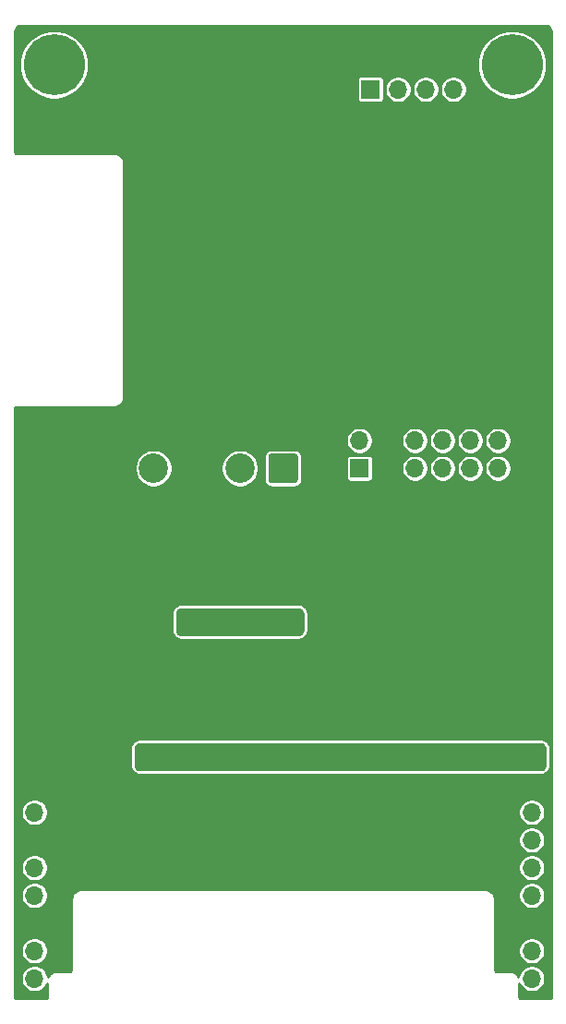
<source format=gbr>
%TF.GenerationSoftware,KiCad,Pcbnew,(5.1.9-0-10_14)*%
%TF.CreationDate,2021-03-07T13:53:49+01:00*%
%TF.ProjectId,ADC Piggy Board,41444320-5069-4676-9779-20426f617264,rev?*%
%TF.SameCoordinates,Original*%
%TF.FileFunction,Copper,L2,Bot*%
%TF.FilePolarity,Positive*%
%FSLAX46Y46*%
G04 Gerber Fmt 4.6, Leading zero omitted, Abs format (unit mm)*
G04 Created by KiCad (PCBNEW (5.1.9-0-10_14)) date 2021-03-07 13:53:49*
%MOMM*%
%LPD*%
G01*
G04 APERTURE LIST*
%TA.AperFunction,ComponentPad*%
%ADD10O,1.700000X1.700000*%
%TD*%
%TA.AperFunction,ComponentPad*%
%ADD11R,1.700000X1.700000*%
%TD*%
%TA.AperFunction,ComponentPad*%
%ADD12C,2.700000*%
%TD*%
%TA.AperFunction,ComponentPad*%
%ADD13C,5.600000*%
%TD*%
%TA.AperFunction,ViaPad*%
%ADD14C,0.900000*%
%TD*%
%TA.AperFunction,Conductor*%
%ADD15C,0.254000*%
%TD*%
%TA.AperFunction,Conductor*%
%ADD16C,0.100000*%
%TD*%
G04 APERTURE END LIST*
D10*
%TO.P,J7,12*%
%TO.N,/SCL*%
X169700000Y-88460000D03*
%TO.P,J7,11*%
%TO.N,/MCLK*%
X169700000Y-91000000D03*
%TO.P,J7,10*%
%TO.N,/SDA*%
X167160000Y-88460000D03*
%TO.P,J7,9*%
%TO.N,/LRCK*%
X167160000Y-91000000D03*
%TO.P,J7,8*%
%TO.N,/IRQ*%
X164620000Y-88460000D03*
%TO.P,J7,7*%
%TO.N,/BCLK*%
X164620000Y-91000000D03*
%TO.P,J7,6*%
%TO.N,/Mute*%
X162080000Y-88460000D03*
%TO.P,J7,5*%
%TO.N,/DATA*%
X162080000Y-91000000D03*
%TO.P,J7,4*%
%TO.N,GND*%
X159540000Y-88460000D03*
%TO.P,J7,3*%
X159540000Y-91000000D03*
%TO.P,J7,2*%
%TO.N,+3V3*%
X157000000Y-88460000D03*
D11*
%TO.P,J7,1*%
X157000000Y-91000000D03*
%TD*%
D10*
%TO.P,J1,8*%
%TO.N,GND*%
X165620000Y-53710000D03*
%TO.P,J1,7*%
%TO.N,/MCLK*%
X165620000Y-56250000D03*
%TO.P,J1,6*%
%TO.N,GND*%
X163080000Y-53710000D03*
%TO.P,J1,5*%
%TO.N,/BCLK*%
X163080000Y-56250000D03*
%TO.P,J1,4*%
%TO.N,GND*%
X160540000Y-53710000D03*
%TO.P,J1,3*%
%TO.N,/DATA*%
X160540000Y-56250000D03*
%TO.P,J1,2*%
%TO.N,GND*%
X158000000Y-53710000D03*
D11*
%TO.P,J1,1*%
%TO.N,/LRCK*%
X158000000Y-56250000D03*
%TD*%
D12*
%TO.P,J6,4*%
%TO.N,+5VD*%
X138120000Y-91000000D03*
%TO.P,J6,3*%
%TO.N,GND*%
X142080000Y-91000000D03*
%TO.P,J6,2*%
%TO.N,VEE*%
X146040000Y-91000000D03*
%TO.P,J6,1*%
%TO.N,VCC*%
%TA.AperFunction,ComponentPad*%
G36*
G01*
X151350000Y-89900001D02*
X151350000Y-92099999D01*
G75*
G02*
X151099999Y-92350000I-250001J0D01*
G01*
X148900001Y-92350000D01*
G75*
G02*
X148650000Y-92099999I0J250001D01*
G01*
X148650000Y-89900001D01*
G75*
G02*
X148900001Y-89650000I250001J0D01*
G01*
X151099999Y-89650000D01*
G75*
G02*
X151350000Y-89900001I0J-250001D01*
G01*
G37*
%TD.AperFunction*%
%TD*%
D13*
%TO.P,H2,1*%
%TO.N,Earth*%
X171000000Y-54000000D03*
%TD*%
%TO.P,H1,1*%
%TO.N,Earth*%
X129000000Y-54000000D03*
%TD*%
D10*
%TO.P,J4,8*%
%TO.N,Net-(J4-Pad8)*%
X127200000Y-137780000D03*
%TO.P,J4,7*%
%TO.N,Net-(J4-Pad7)*%
X127200000Y-135240000D03*
%TO.P,J4,6*%
%TO.N,GND*%
X127200000Y-132700000D03*
%TO.P,J4,5*%
%TO.N,VEE*%
X127200000Y-130160000D03*
%TO.P,J4,4*%
%TO.N,VCC*%
X127200000Y-127620000D03*
%TO.P,J4,3*%
%TO.N,GND*%
X127200000Y-125080000D03*
%TO.P,J4,2*%
%TO.N,Net-(J4-Pad2)*%
X127200000Y-122540000D03*
D11*
%TO.P,J4,1*%
%TO.N,GND*%
X127200000Y-120000000D03*
%TD*%
D10*
%TO.P,J3,10*%
%TO.N,Net-(J3-Pad10)*%
X172800000Y-137780000D03*
%TO.P,J3,9*%
%TO.N,Net-(J3-Pad9)*%
X172800000Y-135240000D03*
%TO.P,J3,8*%
%TO.N,GND*%
X172800000Y-132700000D03*
%TO.P,J3,7*%
%TO.N,/SCL*%
X172800000Y-130160000D03*
%TO.P,J3,6*%
%TO.N,/SDA*%
X172800000Y-127620000D03*
%TO.P,J3,5*%
%TO.N,Net-(J3-Pad5)*%
X172800000Y-125080000D03*
%TO.P,J3,4*%
%TO.N,Net-(J3-Pad4)*%
X172800000Y-122540000D03*
%TO.P,J3,3*%
%TO.N,GND*%
X172800000Y-120000000D03*
%TO.P,J3,2*%
%TO.N,+5VD*%
X172800000Y-117460000D03*
D11*
%TO.P,J3,1*%
%TO.N,GND*%
X172800000Y-114920000D03*
%TD*%
D14*
%TO.N,VCC*%
X151270000Y-105715000D03*
X151270000Y-104445000D03*
X150000000Y-104445000D03*
X148730000Y-104445000D03*
X148730000Y-105715000D03*
X150000000Y-105715000D03*
X140792500Y-105715000D03*
X143332500Y-104445000D03*
X143332500Y-105715000D03*
X142062500Y-105715000D03*
X142062500Y-104445000D03*
X140792500Y-104445000D03*
%TO.N,+5VD*%
X136982500Y-116827500D03*
X136982500Y-118097500D03*
X139522500Y-116827500D03*
X139522500Y-118097500D03*
X138252500Y-118097500D03*
X138252500Y-116827500D03*
%TD*%
D15*
%TO.N,GND*%
X174114994Y-50419222D02*
X174225614Y-50452620D01*
X174327639Y-50506868D01*
X174417179Y-50579895D01*
X174490833Y-50668925D01*
X174545792Y-50770572D01*
X174579960Y-50880949D01*
X174594001Y-51014538D01*
X174594000Y-139480149D01*
X174590301Y-139517878D01*
X174585107Y-139535079D01*
X174576672Y-139550944D01*
X174565322Y-139564860D01*
X174551472Y-139576318D01*
X174535672Y-139584861D01*
X174518511Y-139590173D01*
X174482099Y-139594000D01*
X171769851Y-139594000D01*
X171732122Y-139590301D01*
X171714921Y-139585107D01*
X171699056Y-139576672D01*
X171685140Y-139565322D01*
X171673682Y-139551472D01*
X171665139Y-139535672D01*
X171659827Y-139518511D01*
X171656000Y-139482099D01*
X171656000Y-138234897D01*
X171709102Y-138363097D01*
X171843820Y-138564717D01*
X172015283Y-138736180D01*
X172216903Y-138870898D01*
X172440931Y-138963693D01*
X172678757Y-139011000D01*
X172921243Y-139011000D01*
X173159069Y-138963693D01*
X173383097Y-138870898D01*
X173584717Y-138736180D01*
X173756180Y-138564717D01*
X173890898Y-138363097D01*
X173983693Y-138139069D01*
X174031000Y-137901243D01*
X174031000Y-137658757D01*
X173983693Y-137420931D01*
X173890898Y-137196903D01*
X173756180Y-136995283D01*
X173584717Y-136823820D01*
X173383097Y-136689102D01*
X173159069Y-136596307D01*
X172921243Y-136549000D01*
X172678757Y-136549000D01*
X172440931Y-136596307D01*
X172216903Y-136689102D01*
X172015283Y-136823820D01*
X171843820Y-136995283D01*
X171709102Y-137196903D01*
X171616307Y-137420931D01*
X171574984Y-137628673D01*
X171570729Y-137618142D01*
X171568068Y-137613136D01*
X171521655Y-137527299D01*
X171501078Y-137496793D01*
X171480930Y-137466003D01*
X171477347Y-137461609D01*
X171415145Y-137386420D01*
X171388995Y-137360452D01*
X171363291Y-137334204D01*
X171358929Y-137330595D01*
X171358921Y-137330587D01*
X171358912Y-137330581D01*
X171283302Y-137268914D01*
X171252658Y-137248553D01*
X171222286Y-137227758D01*
X171217299Y-137225061D01*
X171131138Y-137179249D01*
X171097102Y-137165221D01*
X171063299Y-137150733D01*
X171057884Y-137149056D01*
X170964466Y-137120851D01*
X170928345Y-137113699D01*
X170892372Y-137106053D01*
X170886743Y-137105461D01*
X170886738Y-137105460D01*
X170886734Y-137105460D01*
X170789740Y-137095950D01*
X170769941Y-137094000D01*
X169519851Y-137094000D01*
X169482122Y-137090301D01*
X169464921Y-137085107D01*
X169449056Y-137076672D01*
X169435140Y-137065322D01*
X169423682Y-137051472D01*
X169415139Y-137035672D01*
X169409827Y-137018511D01*
X169406000Y-136982099D01*
X169406000Y-135118757D01*
X171569000Y-135118757D01*
X171569000Y-135361243D01*
X171616307Y-135599069D01*
X171709102Y-135823097D01*
X171843820Y-136024717D01*
X172015283Y-136196180D01*
X172216903Y-136330898D01*
X172440931Y-136423693D01*
X172678757Y-136471000D01*
X172921243Y-136471000D01*
X173159069Y-136423693D01*
X173383097Y-136330898D01*
X173584717Y-136196180D01*
X173756180Y-136024717D01*
X173890898Y-135823097D01*
X173983693Y-135599069D01*
X174031000Y-135361243D01*
X174031000Y-135118757D01*
X173983693Y-134880931D01*
X173890898Y-134656903D01*
X173756180Y-134455283D01*
X173584717Y-134283820D01*
X173383097Y-134149102D01*
X173159069Y-134056307D01*
X172921243Y-134009000D01*
X172678757Y-134009000D01*
X172440931Y-134056307D01*
X172216903Y-134149102D01*
X172015283Y-134283820D01*
X171843820Y-134455283D01*
X171709102Y-134656903D01*
X171616307Y-134880931D01*
X171569000Y-135118757D01*
X169406000Y-135118757D01*
X169406000Y-130480059D01*
X169404296Y-130462756D01*
X169404317Y-130459714D01*
X169403764Y-130454072D01*
X169393564Y-130357023D01*
X169386161Y-130320957D01*
X169379269Y-130284831D01*
X169377631Y-130279404D01*
X169348775Y-130186185D01*
X169334505Y-130152238D01*
X169320729Y-130118142D01*
X169318068Y-130113136D01*
X169277851Y-130038757D01*
X171569000Y-130038757D01*
X171569000Y-130281243D01*
X171616307Y-130519069D01*
X171709102Y-130743097D01*
X171843820Y-130944717D01*
X172015283Y-131116180D01*
X172216903Y-131250898D01*
X172440931Y-131343693D01*
X172678757Y-131391000D01*
X172921243Y-131391000D01*
X173159069Y-131343693D01*
X173383097Y-131250898D01*
X173584717Y-131116180D01*
X173756180Y-130944717D01*
X173890898Y-130743097D01*
X173983693Y-130519069D01*
X174031000Y-130281243D01*
X174031000Y-130038757D01*
X173983693Y-129800931D01*
X173890898Y-129576903D01*
X173756180Y-129375283D01*
X173584717Y-129203820D01*
X173383097Y-129069102D01*
X173159069Y-128976307D01*
X172921243Y-128929000D01*
X172678757Y-128929000D01*
X172440931Y-128976307D01*
X172216903Y-129069102D01*
X172015283Y-129203820D01*
X171843820Y-129375283D01*
X171709102Y-129576903D01*
X171616307Y-129800931D01*
X171569000Y-130038757D01*
X169277851Y-130038757D01*
X169271655Y-130027299D01*
X169251078Y-129996793D01*
X169230930Y-129966003D01*
X169227347Y-129961609D01*
X169165145Y-129886420D01*
X169138995Y-129860452D01*
X169113291Y-129834204D01*
X169108929Y-129830595D01*
X169108921Y-129830587D01*
X169108912Y-129830581D01*
X169033302Y-129768914D01*
X169002658Y-129748553D01*
X168972286Y-129727758D01*
X168967299Y-129725061D01*
X168881138Y-129679249D01*
X168847102Y-129665221D01*
X168813299Y-129650733D01*
X168807884Y-129649056D01*
X168714466Y-129620851D01*
X168678345Y-129613699D01*
X168642372Y-129606053D01*
X168636743Y-129605461D01*
X168636738Y-129605460D01*
X168636734Y-129605460D01*
X168539740Y-129595950D01*
X168519941Y-129594000D01*
X131480059Y-129594000D01*
X131462756Y-129595704D01*
X131459714Y-129595683D01*
X131454072Y-129596236D01*
X131357023Y-129606436D01*
X131320957Y-129613839D01*
X131284831Y-129620731D01*
X131279404Y-129622369D01*
X131186185Y-129651225D01*
X131152238Y-129665495D01*
X131118142Y-129679271D01*
X131113143Y-129681928D01*
X131113139Y-129681930D01*
X131113136Y-129681932D01*
X131027299Y-129728345D01*
X130996793Y-129748922D01*
X130966003Y-129769070D01*
X130961609Y-129772653D01*
X130886420Y-129834855D01*
X130860452Y-129861005D01*
X130834204Y-129886709D01*
X130830595Y-129891071D01*
X130830587Y-129891079D01*
X130830581Y-129891088D01*
X130768914Y-129966698D01*
X130748553Y-129997342D01*
X130727758Y-130027714D01*
X130725061Y-130032701D01*
X130679249Y-130118862D01*
X130665221Y-130152898D01*
X130650733Y-130186701D01*
X130649056Y-130192116D01*
X130620851Y-130285534D01*
X130613699Y-130321655D01*
X130606053Y-130357628D01*
X130605460Y-130363266D01*
X130595991Y-130459845D01*
X130594000Y-130480060D01*
X130594001Y-136980139D01*
X130590301Y-137017878D01*
X130585107Y-137035079D01*
X130576672Y-137050944D01*
X130565322Y-137064860D01*
X130551472Y-137076318D01*
X130535672Y-137084861D01*
X130518511Y-137090173D01*
X130482099Y-137094000D01*
X129230059Y-137094000D01*
X129212756Y-137095704D01*
X129209714Y-137095683D01*
X129204072Y-137096236D01*
X129107023Y-137106436D01*
X129070957Y-137113839D01*
X129034831Y-137120731D01*
X129029404Y-137122369D01*
X128936185Y-137151225D01*
X128902238Y-137165495D01*
X128868142Y-137179271D01*
X128863143Y-137181928D01*
X128863139Y-137181930D01*
X128863136Y-137181932D01*
X128777299Y-137228345D01*
X128746793Y-137248922D01*
X128716003Y-137269070D01*
X128711609Y-137272653D01*
X128636420Y-137334855D01*
X128610452Y-137361005D01*
X128584204Y-137386709D01*
X128580595Y-137391071D01*
X128580587Y-137391079D01*
X128580581Y-137391088D01*
X128518914Y-137466698D01*
X128498553Y-137497342D01*
X128477758Y-137527714D01*
X128475061Y-137532701D01*
X128429249Y-137618862D01*
X128425078Y-137628983D01*
X128383693Y-137420931D01*
X128290898Y-137196903D01*
X128156180Y-136995283D01*
X127984717Y-136823820D01*
X127783097Y-136689102D01*
X127559069Y-136596307D01*
X127321243Y-136549000D01*
X127078757Y-136549000D01*
X126840931Y-136596307D01*
X126616903Y-136689102D01*
X126415283Y-136823820D01*
X126243820Y-136995283D01*
X126109102Y-137196903D01*
X126016307Y-137420931D01*
X125969000Y-137658757D01*
X125969000Y-137901243D01*
X126016307Y-138139069D01*
X126109102Y-138363097D01*
X126243820Y-138564717D01*
X126415283Y-138736180D01*
X126616903Y-138870898D01*
X126840931Y-138963693D01*
X127078757Y-139011000D01*
X127321243Y-139011000D01*
X127559069Y-138963693D01*
X127783097Y-138870898D01*
X127984717Y-138736180D01*
X128156180Y-138564717D01*
X128290898Y-138363097D01*
X128344000Y-138234897D01*
X128344001Y-139480139D01*
X128340301Y-139517878D01*
X128335107Y-139535079D01*
X128326672Y-139550944D01*
X128315322Y-139564860D01*
X128301472Y-139576318D01*
X128285672Y-139584861D01*
X128268511Y-139590173D01*
X128232099Y-139594000D01*
X125519851Y-139594000D01*
X125482122Y-139590301D01*
X125464921Y-139585107D01*
X125449056Y-139576672D01*
X125435140Y-139565322D01*
X125423682Y-139551472D01*
X125415139Y-139535672D01*
X125409827Y-139518511D01*
X125406000Y-139482099D01*
X125406000Y-135118757D01*
X125969000Y-135118757D01*
X125969000Y-135361243D01*
X126016307Y-135599069D01*
X126109102Y-135823097D01*
X126243820Y-136024717D01*
X126415283Y-136196180D01*
X126616903Y-136330898D01*
X126840931Y-136423693D01*
X127078757Y-136471000D01*
X127321243Y-136471000D01*
X127559069Y-136423693D01*
X127783097Y-136330898D01*
X127984717Y-136196180D01*
X128156180Y-136024717D01*
X128290898Y-135823097D01*
X128383693Y-135599069D01*
X128431000Y-135361243D01*
X128431000Y-135118757D01*
X128383693Y-134880931D01*
X128290898Y-134656903D01*
X128156180Y-134455283D01*
X127984717Y-134283820D01*
X127783097Y-134149102D01*
X127559069Y-134056307D01*
X127321243Y-134009000D01*
X127078757Y-134009000D01*
X126840931Y-134056307D01*
X126616903Y-134149102D01*
X126415283Y-134283820D01*
X126243820Y-134455283D01*
X126109102Y-134656903D01*
X126016307Y-134880931D01*
X125969000Y-135118757D01*
X125406000Y-135118757D01*
X125406000Y-130038757D01*
X125969000Y-130038757D01*
X125969000Y-130281243D01*
X126016307Y-130519069D01*
X126109102Y-130743097D01*
X126243820Y-130944717D01*
X126415283Y-131116180D01*
X126616903Y-131250898D01*
X126840931Y-131343693D01*
X127078757Y-131391000D01*
X127321243Y-131391000D01*
X127559069Y-131343693D01*
X127783097Y-131250898D01*
X127984717Y-131116180D01*
X128156180Y-130944717D01*
X128290898Y-130743097D01*
X128383693Y-130519069D01*
X128431000Y-130281243D01*
X128431000Y-130038757D01*
X128383693Y-129800931D01*
X128290898Y-129576903D01*
X128156180Y-129375283D01*
X127984717Y-129203820D01*
X127783097Y-129069102D01*
X127559069Y-128976307D01*
X127321243Y-128929000D01*
X127078757Y-128929000D01*
X126840931Y-128976307D01*
X126616903Y-129069102D01*
X126415283Y-129203820D01*
X126243820Y-129375283D01*
X126109102Y-129576903D01*
X126016307Y-129800931D01*
X125969000Y-130038757D01*
X125406000Y-130038757D01*
X125406000Y-127498757D01*
X125969000Y-127498757D01*
X125969000Y-127741243D01*
X126016307Y-127979069D01*
X126109102Y-128203097D01*
X126243820Y-128404717D01*
X126415283Y-128576180D01*
X126616903Y-128710898D01*
X126840931Y-128803693D01*
X127078757Y-128851000D01*
X127321243Y-128851000D01*
X127559069Y-128803693D01*
X127783097Y-128710898D01*
X127984717Y-128576180D01*
X128156180Y-128404717D01*
X128290898Y-128203097D01*
X128383693Y-127979069D01*
X128431000Y-127741243D01*
X128431000Y-127498757D01*
X171569000Y-127498757D01*
X171569000Y-127741243D01*
X171616307Y-127979069D01*
X171709102Y-128203097D01*
X171843820Y-128404717D01*
X172015283Y-128576180D01*
X172216903Y-128710898D01*
X172440931Y-128803693D01*
X172678757Y-128851000D01*
X172921243Y-128851000D01*
X173159069Y-128803693D01*
X173383097Y-128710898D01*
X173584717Y-128576180D01*
X173756180Y-128404717D01*
X173890898Y-128203097D01*
X173983693Y-127979069D01*
X174031000Y-127741243D01*
X174031000Y-127498757D01*
X173983693Y-127260931D01*
X173890898Y-127036903D01*
X173756180Y-126835283D01*
X173584717Y-126663820D01*
X173383097Y-126529102D01*
X173159069Y-126436307D01*
X172921243Y-126389000D01*
X172678757Y-126389000D01*
X172440931Y-126436307D01*
X172216903Y-126529102D01*
X172015283Y-126663820D01*
X171843820Y-126835283D01*
X171709102Y-127036903D01*
X171616307Y-127260931D01*
X171569000Y-127498757D01*
X128431000Y-127498757D01*
X128383693Y-127260931D01*
X128290898Y-127036903D01*
X128156180Y-126835283D01*
X127984717Y-126663820D01*
X127783097Y-126529102D01*
X127559069Y-126436307D01*
X127321243Y-126389000D01*
X127078757Y-126389000D01*
X126840931Y-126436307D01*
X126616903Y-126529102D01*
X126415283Y-126663820D01*
X126243820Y-126835283D01*
X126109102Y-127036903D01*
X126016307Y-127260931D01*
X125969000Y-127498757D01*
X125406000Y-127498757D01*
X125406000Y-124958757D01*
X171569000Y-124958757D01*
X171569000Y-125201243D01*
X171616307Y-125439069D01*
X171709102Y-125663097D01*
X171843820Y-125864717D01*
X172015283Y-126036180D01*
X172216903Y-126170898D01*
X172440931Y-126263693D01*
X172678757Y-126311000D01*
X172921243Y-126311000D01*
X173159069Y-126263693D01*
X173383097Y-126170898D01*
X173584717Y-126036180D01*
X173756180Y-125864717D01*
X173890898Y-125663097D01*
X173983693Y-125439069D01*
X174031000Y-125201243D01*
X174031000Y-124958757D01*
X173983693Y-124720931D01*
X173890898Y-124496903D01*
X173756180Y-124295283D01*
X173584717Y-124123820D01*
X173383097Y-123989102D01*
X173159069Y-123896307D01*
X172921243Y-123849000D01*
X172678757Y-123849000D01*
X172440931Y-123896307D01*
X172216903Y-123989102D01*
X172015283Y-124123820D01*
X171843820Y-124295283D01*
X171709102Y-124496903D01*
X171616307Y-124720931D01*
X171569000Y-124958757D01*
X125406000Y-124958757D01*
X125406000Y-122418757D01*
X125969000Y-122418757D01*
X125969000Y-122661243D01*
X126016307Y-122899069D01*
X126109102Y-123123097D01*
X126243820Y-123324717D01*
X126415283Y-123496180D01*
X126616903Y-123630898D01*
X126840931Y-123723693D01*
X127078757Y-123771000D01*
X127321243Y-123771000D01*
X127559069Y-123723693D01*
X127783097Y-123630898D01*
X127984717Y-123496180D01*
X128156180Y-123324717D01*
X128290898Y-123123097D01*
X128383693Y-122899069D01*
X128431000Y-122661243D01*
X128431000Y-122418757D01*
X171569000Y-122418757D01*
X171569000Y-122661243D01*
X171616307Y-122899069D01*
X171709102Y-123123097D01*
X171843820Y-123324717D01*
X172015283Y-123496180D01*
X172216903Y-123630898D01*
X172440931Y-123723693D01*
X172678757Y-123771000D01*
X172921243Y-123771000D01*
X173159069Y-123723693D01*
X173383097Y-123630898D01*
X173584717Y-123496180D01*
X173756180Y-123324717D01*
X173890898Y-123123097D01*
X173983693Y-122899069D01*
X174031000Y-122661243D01*
X174031000Y-122418757D01*
X173983693Y-122180931D01*
X173890898Y-121956903D01*
X173756180Y-121755283D01*
X173584717Y-121583820D01*
X173383097Y-121449102D01*
X173159069Y-121356307D01*
X172921243Y-121309000D01*
X172678757Y-121309000D01*
X172440931Y-121356307D01*
X172216903Y-121449102D01*
X172015283Y-121583820D01*
X171843820Y-121755283D01*
X171709102Y-121956903D01*
X171616307Y-122180931D01*
X171569000Y-122418757D01*
X128431000Y-122418757D01*
X128383693Y-122180931D01*
X128290898Y-121956903D01*
X128156180Y-121755283D01*
X127984717Y-121583820D01*
X127783097Y-121449102D01*
X127559069Y-121356307D01*
X127321243Y-121309000D01*
X127078757Y-121309000D01*
X126840931Y-121356307D01*
X126616903Y-121449102D01*
X126415283Y-121583820D01*
X126243820Y-121755283D01*
X126109102Y-121956903D01*
X126016307Y-122180931D01*
X125969000Y-122418757D01*
X125406000Y-122418757D01*
X125406000Y-116700500D01*
X135966500Y-116700500D01*
X135966500Y-118224500D01*
X135969760Y-118274231D01*
X135987070Y-118405711D01*
X136012811Y-118501781D01*
X136063560Y-118624301D01*
X136113292Y-118710439D01*
X136194023Y-118815649D01*
X136264351Y-118885977D01*
X136369561Y-118966708D01*
X136455699Y-119016440D01*
X136578219Y-119067189D01*
X136674289Y-119092930D01*
X136805769Y-119110240D01*
X136855500Y-119113500D01*
X173622000Y-119113500D01*
X173671731Y-119110240D01*
X173803211Y-119092930D01*
X173899281Y-119067189D01*
X174021801Y-119016440D01*
X174107939Y-118966708D01*
X174213149Y-118885977D01*
X174283477Y-118815649D01*
X174364208Y-118710439D01*
X174413940Y-118624301D01*
X174464689Y-118501781D01*
X174490430Y-118405711D01*
X174507740Y-118274231D01*
X174511000Y-118224500D01*
X174511000Y-116700500D01*
X174507740Y-116650769D01*
X174490430Y-116519289D01*
X174464689Y-116423219D01*
X174413940Y-116300699D01*
X174364208Y-116214561D01*
X174283477Y-116109351D01*
X174213149Y-116039023D01*
X174107939Y-115958292D01*
X174021801Y-115908560D01*
X173899281Y-115857811D01*
X173803211Y-115832070D01*
X173671731Y-115814760D01*
X173622000Y-115811500D01*
X136855500Y-115811500D01*
X136805769Y-115814760D01*
X136674289Y-115832070D01*
X136578219Y-115857811D01*
X136455699Y-115908560D01*
X136369561Y-115958292D01*
X136264351Y-116039023D01*
X136194023Y-116109351D01*
X136113292Y-116214561D01*
X136063560Y-116300699D01*
X136012811Y-116423219D01*
X135987070Y-116519289D01*
X135969760Y-116650769D01*
X135966500Y-116700500D01*
X125406000Y-116700500D01*
X125406000Y-104318000D01*
X139776500Y-104318000D01*
X139776500Y-105842000D01*
X139779760Y-105891731D01*
X139797070Y-106023211D01*
X139822811Y-106119281D01*
X139873560Y-106241801D01*
X139923292Y-106327939D01*
X140004023Y-106433149D01*
X140074351Y-106503477D01*
X140179561Y-106584208D01*
X140265699Y-106633940D01*
X140388219Y-106684689D01*
X140484289Y-106710430D01*
X140615769Y-106727740D01*
X140665500Y-106731000D01*
X151397000Y-106731000D01*
X151446731Y-106727740D01*
X151578211Y-106710430D01*
X151674281Y-106684689D01*
X151796801Y-106633940D01*
X151882939Y-106584208D01*
X151988149Y-106503477D01*
X152058477Y-106433149D01*
X152139208Y-106327939D01*
X152188940Y-106241801D01*
X152239689Y-106119281D01*
X152265430Y-106023211D01*
X152282740Y-105891731D01*
X152286000Y-105842000D01*
X152286000Y-104318000D01*
X152282740Y-104268269D01*
X152265430Y-104136789D01*
X152239689Y-104040719D01*
X152188940Y-103918199D01*
X152139208Y-103832061D01*
X152058477Y-103726851D01*
X151988149Y-103656523D01*
X151882939Y-103575792D01*
X151796801Y-103526060D01*
X151674281Y-103475311D01*
X151578211Y-103449570D01*
X151446731Y-103432260D01*
X151397000Y-103429000D01*
X140665500Y-103429000D01*
X140615769Y-103432260D01*
X140484289Y-103449570D01*
X140388219Y-103475311D01*
X140265699Y-103526060D01*
X140179561Y-103575792D01*
X140074351Y-103656523D01*
X140004023Y-103726851D01*
X139923292Y-103832061D01*
X139873560Y-103918199D01*
X139822811Y-104040719D01*
X139797070Y-104136789D01*
X139779760Y-104268269D01*
X139776500Y-104318000D01*
X125406000Y-104318000D01*
X125406000Y-90829511D01*
X136389000Y-90829511D01*
X136389000Y-91170489D01*
X136455521Y-91504914D01*
X136586007Y-91819936D01*
X136775444Y-92103448D01*
X137016552Y-92344556D01*
X137300064Y-92533993D01*
X137615086Y-92664479D01*
X137949511Y-92731000D01*
X138290489Y-92731000D01*
X138624914Y-92664479D01*
X138939936Y-92533993D01*
X139223448Y-92344556D01*
X139464556Y-92103448D01*
X139653993Y-91819936D01*
X139784479Y-91504914D01*
X139851000Y-91170489D01*
X139851000Y-90829511D01*
X144309000Y-90829511D01*
X144309000Y-91170489D01*
X144375521Y-91504914D01*
X144506007Y-91819936D01*
X144695444Y-92103448D01*
X144936552Y-92344556D01*
X145220064Y-92533993D01*
X145535086Y-92664479D01*
X145869511Y-92731000D01*
X146210489Y-92731000D01*
X146544914Y-92664479D01*
X146859936Y-92533993D01*
X147143448Y-92344556D01*
X147384556Y-92103448D01*
X147573993Y-91819936D01*
X147704479Y-91504914D01*
X147771000Y-91170489D01*
X147771000Y-90829511D01*
X147704479Y-90495086D01*
X147573993Y-90180064D01*
X147386861Y-89900001D01*
X148267157Y-89900001D01*
X148267157Y-92099999D01*
X148279317Y-92223461D01*
X148315329Y-92342178D01*
X148373810Y-92451588D01*
X148452513Y-92547487D01*
X148548412Y-92626190D01*
X148657822Y-92684671D01*
X148776539Y-92720683D01*
X148900001Y-92732843D01*
X151099999Y-92732843D01*
X151223461Y-92720683D01*
X151342178Y-92684671D01*
X151451588Y-92626190D01*
X151547487Y-92547487D01*
X151626190Y-92451588D01*
X151684671Y-92342178D01*
X151720683Y-92223461D01*
X151732843Y-92099999D01*
X151732843Y-90150000D01*
X155767157Y-90150000D01*
X155767157Y-91850000D01*
X155774513Y-91924689D01*
X155796299Y-91996508D01*
X155831678Y-92062696D01*
X155879289Y-92120711D01*
X155937304Y-92168322D01*
X156003492Y-92203701D01*
X156075311Y-92225487D01*
X156150000Y-92232843D01*
X157850000Y-92232843D01*
X157924689Y-92225487D01*
X157996508Y-92203701D01*
X158062696Y-92168322D01*
X158120711Y-92120711D01*
X158168322Y-92062696D01*
X158203701Y-91996508D01*
X158225487Y-91924689D01*
X158232843Y-91850000D01*
X158232843Y-90878757D01*
X160849000Y-90878757D01*
X160849000Y-91121243D01*
X160896307Y-91359069D01*
X160989102Y-91583097D01*
X161123820Y-91784717D01*
X161295283Y-91956180D01*
X161496903Y-92090898D01*
X161720931Y-92183693D01*
X161958757Y-92231000D01*
X162201243Y-92231000D01*
X162439069Y-92183693D01*
X162663097Y-92090898D01*
X162864717Y-91956180D01*
X163036180Y-91784717D01*
X163170898Y-91583097D01*
X163263693Y-91359069D01*
X163311000Y-91121243D01*
X163311000Y-90878757D01*
X163389000Y-90878757D01*
X163389000Y-91121243D01*
X163436307Y-91359069D01*
X163529102Y-91583097D01*
X163663820Y-91784717D01*
X163835283Y-91956180D01*
X164036903Y-92090898D01*
X164260931Y-92183693D01*
X164498757Y-92231000D01*
X164741243Y-92231000D01*
X164979069Y-92183693D01*
X165203097Y-92090898D01*
X165404717Y-91956180D01*
X165576180Y-91784717D01*
X165710898Y-91583097D01*
X165803693Y-91359069D01*
X165851000Y-91121243D01*
X165851000Y-90878757D01*
X165929000Y-90878757D01*
X165929000Y-91121243D01*
X165976307Y-91359069D01*
X166069102Y-91583097D01*
X166203820Y-91784717D01*
X166375283Y-91956180D01*
X166576903Y-92090898D01*
X166800931Y-92183693D01*
X167038757Y-92231000D01*
X167281243Y-92231000D01*
X167519069Y-92183693D01*
X167743097Y-92090898D01*
X167944717Y-91956180D01*
X168116180Y-91784717D01*
X168250898Y-91583097D01*
X168343693Y-91359069D01*
X168391000Y-91121243D01*
X168391000Y-90878757D01*
X168469000Y-90878757D01*
X168469000Y-91121243D01*
X168516307Y-91359069D01*
X168609102Y-91583097D01*
X168743820Y-91784717D01*
X168915283Y-91956180D01*
X169116903Y-92090898D01*
X169340931Y-92183693D01*
X169578757Y-92231000D01*
X169821243Y-92231000D01*
X170059069Y-92183693D01*
X170283097Y-92090898D01*
X170484717Y-91956180D01*
X170656180Y-91784717D01*
X170790898Y-91583097D01*
X170883693Y-91359069D01*
X170931000Y-91121243D01*
X170931000Y-90878757D01*
X170883693Y-90640931D01*
X170790898Y-90416903D01*
X170656180Y-90215283D01*
X170484717Y-90043820D01*
X170283097Y-89909102D01*
X170059069Y-89816307D01*
X169821243Y-89769000D01*
X169578757Y-89769000D01*
X169340931Y-89816307D01*
X169116903Y-89909102D01*
X168915283Y-90043820D01*
X168743820Y-90215283D01*
X168609102Y-90416903D01*
X168516307Y-90640931D01*
X168469000Y-90878757D01*
X168391000Y-90878757D01*
X168343693Y-90640931D01*
X168250898Y-90416903D01*
X168116180Y-90215283D01*
X167944717Y-90043820D01*
X167743097Y-89909102D01*
X167519069Y-89816307D01*
X167281243Y-89769000D01*
X167038757Y-89769000D01*
X166800931Y-89816307D01*
X166576903Y-89909102D01*
X166375283Y-90043820D01*
X166203820Y-90215283D01*
X166069102Y-90416903D01*
X165976307Y-90640931D01*
X165929000Y-90878757D01*
X165851000Y-90878757D01*
X165803693Y-90640931D01*
X165710898Y-90416903D01*
X165576180Y-90215283D01*
X165404717Y-90043820D01*
X165203097Y-89909102D01*
X164979069Y-89816307D01*
X164741243Y-89769000D01*
X164498757Y-89769000D01*
X164260931Y-89816307D01*
X164036903Y-89909102D01*
X163835283Y-90043820D01*
X163663820Y-90215283D01*
X163529102Y-90416903D01*
X163436307Y-90640931D01*
X163389000Y-90878757D01*
X163311000Y-90878757D01*
X163263693Y-90640931D01*
X163170898Y-90416903D01*
X163036180Y-90215283D01*
X162864717Y-90043820D01*
X162663097Y-89909102D01*
X162439069Y-89816307D01*
X162201243Y-89769000D01*
X161958757Y-89769000D01*
X161720931Y-89816307D01*
X161496903Y-89909102D01*
X161295283Y-90043820D01*
X161123820Y-90215283D01*
X160989102Y-90416903D01*
X160896307Y-90640931D01*
X160849000Y-90878757D01*
X158232843Y-90878757D01*
X158232843Y-90150000D01*
X158225487Y-90075311D01*
X158203701Y-90003492D01*
X158168322Y-89937304D01*
X158120711Y-89879289D01*
X158062696Y-89831678D01*
X157996508Y-89796299D01*
X157924689Y-89774513D01*
X157850000Y-89767157D01*
X156150000Y-89767157D01*
X156075311Y-89774513D01*
X156003492Y-89796299D01*
X155937304Y-89831678D01*
X155879289Y-89879289D01*
X155831678Y-89937304D01*
X155796299Y-90003492D01*
X155774513Y-90075311D01*
X155767157Y-90150000D01*
X151732843Y-90150000D01*
X151732843Y-89900001D01*
X151720683Y-89776539D01*
X151684671Y-89657822D01*
X151626190Y-89548412D01*
X151547487Y-89452513D01*
X151451588Y-89373810D01*
X151342178Y-89315329D01*
X151223461Y-89279317D01*
X151099999Y-89267157D01*
X148900001Y-89267157D01*
X148776539Y-89279317D01*
X148657822Y-89315329D01*
X148548412Y-89373810D01*
X148452513Y-89452513D01*
X148373810Y-89548412D01*
X148315329Y-89657822D01*
X148279317Y-89776539D01*
X148267157Y-89900001D01*
X147386861Y-89900001D01*
X147384556Y-89896552D01*
X147143448Y-89655444D01*
X146859936Y-89466007D01*
X146544914Y-89335521D01*
X146210489Y-89269000D01*
X145869511Y-89269000D01*
X145535086Y-89335521D01*
X145220064Y-89466007D01*
X144936552Y-89655444D01*
X144695444Y-89896552D01*
X144506007Y-90180064D01*
X144375521Y-90495086D01*
X144309000Y-90829511D01*
X139851000Y-90829511D01*
X139784479Y-90495086D01*
X139653993Y-90180064D01*
X139464556Y-89896552D01*
X139223448Y-89655444D01*
X138939936Y-89466007D01*
X138624914Y-89335521D01*
X138290489Y-89269000D01*
X137949511Y-89269000D01*
X137615086Y-89335521D01*
X137300064Y-89466007D01*
X137016552Y-89655444D01*
X136775444Y-89896552D01*
X136586007Y-90180064D01*
X136455521Y-90495086D01*
X136389000Y-90829511D01*
X125406000Y-90829511D01*
X125406000Y-88338757D01*
X155769000Y-88338757D01*
X155769000Y-88581243D01*
X155816307Y-88819069D01*
X155909102Y-89043097D01*
X156043820Y-89244717D01*
X156215283Y-89416180D01*
X156416903Y-89550898D01*
X156640931Y-89643693D01*
X156878757Y-89691000D01*
X157121243Y-89691000D01*
X157359069Y-89643693D01*
X157583097Y-89550898D01*
X157784717Y-89416180D01*
X157956180Y-89244717D01*
X158090898Y-89043097D01*
X158183693Y-88819069D01*
X158231000Y-88581243D01*
X158231000Y-88338757D01*
X160849000Y-88338757D01*
X160849000Y-88581243D01*
X160896307Y-88819069D01*
X160989102Y-89043097D01*
X161123820Y-89244717D01*
X161295283Y-89416180D01*
X161496903Y-89550898D01*
X161720931Y-89643693D01*
X161958757Y-89691000D01*
X162201243Y-89691000D01*
X162439069Y-89643693D01*
X162663097Y-89550898D01*
X162864717Y-89416180D01*
X163036180Y-89244717D01*
X163170898Y-89043097D01*
X163263693Y-88819069D01*
X163311000Y-88581243D01*
X163311000Y-88338757D01*
X163389000Y-88338757D01*
X163389000Y-88581243D01*
X163436307Y-88819069D01*
X163529102Y-89043097D01*
X163663820Y-89244717D01*
X163835283Y-89416180D01*
X164036903Y-89550898D01*
X164260931Y-89643693D01*
X164498757Y-89691000D01*
X164741243Y-89691000D01*
X164979069Y-89643693D01*
X165203097Y-89550898D01*
X165404717Y-89416180D01*
X165576180Y-89244717D01*
X165710898Y-89043097D01*
X165803693Y-88819069D01*
X165851000Y-88581243D01*
X165851000Y-88338757D01*
X165929000Y-88338757D01*
X165929000Y-88581243D01*
X165976307Y-88819069D01*
X166069102Y-89043097D01*
X166203820Y-89244717D01*
X166375283Y-89416180D01*
X166576903Y-89550898D01*
X166800931Y-89643693D01*
X167038757Y-89691000D01*
X167281243Y-89691000D01*
X167519069Y-89643693D01*
X167743097Y-89550898D01*
X167944717Y-89416180D01*
X168116180Y-89244717D01*
X168250898Y-89043097D01*
X168343693Y-88819069D01*
X168391000Y-88581243D01*
X168391000Y-88338757D01*
X168469000Y-88338757D01*
X168469000Y-88581243D01*
X168516307Y-88819069D01*
X168609102Y-89043097D01*
X168743820Y-89244717D01*
X168915283Y-89416180D01*
X169116903Y-89550898D01*
X169340931Y-89643693D01*
X169578757Y-89691000D01*
X169821243Y-89691000D01*
X170059069Y-89643693D01*
X170283097Y-89550898D01*
X170484717Y-89416180D01*
X170656180Y-89244717D01*
X170790898Y-89043097D01*
X170883693Y-88819069D01*
X170931000Y-88581243D01*
X170931000Y-88338757D01*
X170883693Y-88100931D01*
X170790898Y-87876903D01*
X170656180Y-87675283D01*
X170484717Y-87503820D01*
X170283097Y-87369102D01*
X170059069Y-87276307D01*
X169821243Y-87229000D01*
X169578757Y-87229000D01*
X169340931Y-87276307D01*
X169116903Y-87369102D01*
X168915283Y-87503820D01*
X168743820Y-87675283D01*
X168609102Y-87876903D01*
X168516307Y-88100931D01*
X168469000Y-88338757D01*
X168391000Y-88338757D01*
X168343693Y-88100931D01*
X168250898Y-87876903D01*
X168116180Y-87675283D01*
X167944717Y-87503820D01*
X167743097Y-87369102D01*
X167519069Y-87276307D01*
X167281243Y-87229000D01*
X167038757Y-87229000D01*
X166800931Y-87276307D01*
X166576903Y-87369102D01*
X166375283Y-87503820D01*
X166203820Y-87675283D01*
X166069102Y-87876903D01*
X165976307Y-88100931D01*
X165929000Y-88338757D01*
X165851000Y-88338757D01*
X165803693Y-88100931D01*
X165710898Y-87876903D01*
X165576180Y-87675283D01*
X165404717Y-87503820D01*
X165203097Y-87369102D01*
X164979069Y-87276307D01*
X164741243Y-87229000D01*
X164498757Y-87229000D01*
X164260931Y-87276307D01*
X164036903Y-87369102D01*
X163835283Y-87503820D01*
X163663820Y-87675283D01*
X163529102Y-87876903D01*
X163436307Y-88100931D01*
X163389000Y-88338757D01*
X163311000Y-88338757D01*
X163263693Y-88100931D01*
X163170898Y-87876903D01*
X163036180Y-87675283D01*
X162864717Y-87503820D01*
X162663097Y-87369102D01*
X162439069Y-87276307D01*
X162201243Y-87229000D01*
X161958757Y-87229000D01*
X161720931Y-87276307D01*
X161496903Y-87369102D01*
X161295283Y-87503820D01*
X161123820Y-87675283D01*
X160989102Y-87876903D01*
X160896307Y-88100931D01*
X160849000Y-88338757D01*
X158231000Y-88338757D01*
X158183693Y-88100931D01*
X158090898Y-87876903D01*
X157956180Y-87675283D01*
X157784717Y-87503820D01*
X157583097Y-87369102D01*
X157359069Y-87276307D01*
X157121243Y-87229000D01*
X156878757Y-87229000D01*
X156640931Y-87276307D01*
X156416903Y-87369102D01*
X156215283Y-87503820D01*
X156043820Y-87675283D01*
X155909102Y-87876903D01*
X155816307Y-88100931D01*
X155769000Y-88338757D01*
X125406000Y-88338757D01*
X125406000Y-85519853D01*
X125409700Y-85482119D01*
X125414892Y-85464922D01*
X125423328Y-85449057D01*
X125434680Y-85435139D01*
X125448528Y-85423683D01*
X125464330Y-85415139D01*
X125481489Y-85409827D01*
X125517901Y-85406000D01*
X134519941Y-85406000D01*
X134537244Y-85404296D01*
X134540287Y-85404317D01*
X134545929Y-85403764D01*
X134642977Y-85393564D01*
X134679043Y-85386161D01*
X134715169Y-85379269D01*
X134720596Y-85377631D01*
X134813815Y-85348775D01*
X134847762Y-85334505D01*
X134881858Y-85320729D01*
X134886853Y-85318074D01*
X134886861Y-85318070D01*
X134886868Y-85318065D01*
X134972701Y-85271656D01*
X135003242Y-85251056D01*
X135033997Y-85230930D01*
X135038391Y-85227347D01*
X135113580Y-85165145D01*
X135139548Y-85138995D01*
X135165796Y-85113291D01*
X135169405Y-85108929D01*
X135169413Y-85108921D01*
X135169419Y-85108912D01*
X135231086Y-85033303D01*
X135251459Y-85002640D01*
X135272242Y-84972286D01*
X135274939Y-84967299D01*
X135320751Y-84881139D01*
X135334785Y-84847089D01*
X135349267Y-84813299D01*
X135350944Y-84807884D01*
X135379149Y-84714466D01*
X135386295Y-84678375D01*
X135393948Y-84642372D01*
X135394540Y-84636734D01*
X135404063Y-84539617D01*
X135404063Y-84539607D01*
X135406000Y-84519941D01*
X135406000Y-62980059D01*
X135404296Y-62962756D01*
X135404317Y-62959714D01*
X135403764Y-62954072D01*
X135393564Y-62857023D01*
X135386161Y-62820957D01*
X135379269Y-62784831D01*
X135377631Y-62779404D01*
X135348775Y-62686185D01*
X135334505Y-62652238D01*
X135320729Y-62618142D01*
X135318068Y-62613136D01*
X135271655Y-62527299D01*
X135251078Y-62496793D01*
X135230930Y-62466003D01*
X135227347Y-62461609D01*
X135165145Y-62386420D01*
X135138995Y-62360452D01*
X135113291Y-62334204D01*
X135108929Y-62330595D01*
X135108921Y-62330587D01*
X135108912Y-62330581D01*
X135033302Y-62268914D01*
X135002658Y-62248553D01*
X134972286Y-62227758D01*
X134967299Y-62225061D01*
X134881138Y-62179249D01*
X134847102Y-62165221D01*
X134813299Y-62150733D01*
X134807884Y-62149056D01*
X134714466Y-62120851D01*
X134678345Y-62113699D01*
X134642372Y-62106053D01*
X134636743Y-62105461D01*
X134636738Y-62105460D01*
X134636734Y-62105460D01*
X134539740Y-62095950D01*
X134519941Y-62094000D01*
X125519851Y-62094000D01*
X125482122Y-62090301D01*
X125464921Y-62085107D01*
X125449056Y-62076672D01*
X125435140Y-62065322D01*
X125423682Y-62051472D01*
X125415139Y-62035672D01*
X125409827Y-62018511D01*
X125406000Y-61982099D01*
X125406000Y-53686699D01*
X125819000Y-53686699D01*
X125819000Y-54313301D01*
X125941245Y-54927863D01*
X126181035Y-55506768D01*
X126529156Y-56027769D01*
X126972231Y-56470844D01*
X127493232Y-56818965D01*
X128072137Y-57058755D01*
X128686699Y-57181000D01*
X129313301Y-57181000D01*
X129927863Y-57058755D01*
X130506768Y-56818965D01*
X131027769Y-56470844D01*
X131470844Y-56027769D01*
X131818965Y-55506768D01*
X131863189Y-55400000D01*
X156767157Y-55400000D01*
X156767157Y-57100000D01*
X156774513Y-57174689D01*
X156796299Y-57246508D01*
X156831678Y-57312696D01*
X156879289Y-57370711D01*
X156937304Y-57418322D01*
X157003492Y-57453701D01*
X157075311Y-57475487D01*
X157150000Y-57482843D01*
X158850000Y-57482843D01*
X158924689Y-57475487D01*
X158996508Y-57453701D01*
X159062696Y-57418322D01*
X159120711Y-57370711D01*
X159168322Y-57312696D01*
X159203701Y-57246508D01*
X159225487Y-57174689D01*
X159232843Y-57100000D01*
X159232843Y-56128757D01*
X159309000Y-56128757D01*
X159309000Y-56371243D01*
X159356307Y-56609069D01*
X159449102Y-56833097D01*
X159583820Y-57034717D01*
X159755283Y-57206180D01*
X159956903Y-57340898D01*
X160180931Y-57433693D01*
X160418757Y-57481000D01*
X160661243Y-57481000D01*
X160899069Y-57433693D01*
X161123097Y-57340898D01*
X161324717Y-57206180D01*
X161496180Y-57034717D01*
X161630898Y-56833097D01*
X161723693Y-56609069D01*
X161771000Y-56371243D01*
X161771000Y-56128757D01*
X161849000Y-56128757D01*
X161849000Y-56371243D01*
X161896307Y-56609069D01*
X161989102Y-56833097D01*
X162123820Y-57034717D01*
X162295283Y-57206180D01*
X162496903Y-57340898D01*
X162720931Y-57433693D01*
X162958757Y-57481000D01*
X163201243Y-57481000D01*
X163439069Y-57433693D01*
X163663097Y-57340898D01*
X163864717Y-57206180D01*
X164036180Y-57034717D01*
X164170898Y-56833097D01*
X164263693Y-56609069D01*
X164311000Y-56371243D01*
X164311000Y-56128757D01*
X164389000Y-56128757D01*
X164389000Y-56371243D01*
X164436307Y-56609069D01*
X164529102Y-56833097D01*
X164663820Y-57034717D01*
X164835283Y-57206180D01*
X165036903Y-57340898D01*
X165260931Y-57433693D01*
X165498757Y-57481000D01*
X165741243Y-57481000D01*
X165979069Y-57433693D01*
X166203097Y-57340898D01*
X166404717Y-57206180D01*
X166576180Y-57034717D01*
X166710898Y-56833097D01*
X166803693Y-56609069D01*
X166851000Y-56371243D01*
X166851000Y-56128757D01*
X166803693Y-55890931D01*
X166710898Y-55666903D01*
X166576180Y-55465283D01*
X166404717Y-55293820D01*
X166203097Y-55159102D01*
X165979069Y-55066307D01*
X165741243Y-55019000D01*
X165498757Y-55019000D01*
X165260931Y-55066307D01*
X165036903Y-55159102D01*
X164835283Y-55293820D01*
X164663820Y-55465283D01*
X164529102Y-55666903D01*
X164436307Y-55890931D01*
X164389000Y-56128757D01*
X164311000Y-56128757D01*
X164263693Y-55890931D01*
X164170898Y-55666903D01*
X164036180Y-55465283D01*
X163864717Y-55293820D01*
X163663097Y-55159102D01*
X163439069Y-55066307D01*
X163201243Y-55019000D01*
X162958757Y-55019000D01*
X162720931Y-55066307D01*
X162496903Y-55159102D01*
X162295283Y-55293820D01*
X162123820Y-55465283D01*
X161989102Y-55666903D01*
X161896307Y-55890931D01*
X161849000Y-56128757D01*
X161771000Y-56128757D01*
X161723693Y-55890931D01*
X161630898Y-55666903D01*
X161496180Y-55465283D01*
X161324717Y-55293820D01*
X161123097Y-55159102D01*
X160899069Y-55066307D01*
X160661243Y-55019000D01*
X160418757Y-55019000D01*
X160180931Y-55066307D01*
X159956903Y-55159102D01*
X159755283Y-55293820D01*
X159583820Y-55465283D01*
X159449102Y-55666903D01*
X159356307Y-55890931D01*
X159309000Y-56128757D01*
X159232843Y-56128757D01*
X159232843Y-55400000D01*
X159225487Y-55325311D01*
X159203701Y-55253492D01*
X159168322Y-55187304D01*
X159120711Y-55129289D01*
X159062696Y-55081678D01*
X158996508Y-55046299D01*
X158924689Y-55024513D01*
X158850000Y-55017157D01*
X157150000Y-55017157D01*
X157075311Y-55024513D01*
X157003492Y-55046299D01*
X156937304Y-55081678D01*
X156879289Y-55129289D01*
X156831678Y-55187304D01*
X156796299Y-55253492D01*
X156774513Y-55325311D01*
X156767157Y-55400000D01*
X131863189Y-55400000D01*
X132058755Y-54927863D01*
X132181000Y-54313301D01*
X132181000Y-53686699D01*
X167819000Y-53686699D01*
X167819000Y-54313301D01*
X167941245Y-54927863D01*
X168181035Y-55506768D01*
X168529156Y-56027769D01*
X168972231Y-56470844D01*
X169493232Y-56818965D01*
X170072137Y-57058755D01*
X170686699Y-57181000D01*
X171313301Y-57181000D01*
X171927863Y-57058755D01*
X172506768Y-56818965D01*
X173027769Y-56470844D01*
X173470844Y-56027769D01*
X173818965Y-55506768D01*
X174058755Y-54927863D01*
X174181000Y-54313301D01*
X174181000Y-53686699D01*
X174058755Y-53072137D01*
X173818965Y-52493232D01*
X173470844Y-51972231D01*
X173027769Y-51529156D01*
X172506768Y-51181035D01*
X171927863Y-50941245D01*
X171313301Y-50819000D01*
X170686699Y-50819000D01*
X170072137Y-50941245D01*
X169493232Y-51181035D01*
X168972231Y-51529156D01*
X168529156Y-51972231D01*
X168181035Y-52493232D01*
X167941245Y-53072137D01*
X167819000Y-53686699D01*
X132181000Y-53686699D01*
X132058755Y-53072137D01*
X131818965Y-52493232D01*
X131470844Y-51972231D01*
X131027769Y-51529156D01*
X130506768Y-51181035D01*
X129927863Y-50941245D01*
X129313301Y-50819000D01*
X128686699Y-50819000D01*
X128072137Y-50941245D01*
X127493232Y-51181035D01*
X126972231Y-51529156D01*
X126529156Y-51972231D01*
X126181035Y-52493232D01*
X125941245Y-53072137D01*
X125819000Y-53686699D01*
X125406000Y-53686699D01*
X125406000Y-51019854D01*
X125419222Y-50885006D01*
X125452620Y-50774386D01*
X125506868Y-50672361D01*
X125579895Y-50582821D01*
X125668925Y-50509167D01*
X125770572Y-50454208D01*
X125880949Y-50420040D01*
X126014528Y-50406000D01*
X173980146Y-50406000D01*
X174114994Y-50419222D01*
%TA.AperFunction,Conductor*%
D16*
G36*
X174114994Y-50419222D02*
G01*
X174225614Y-50452620D01*
X174327639Y-50506868D01*
X174417179Y-50579895D01*
X174490833Y-50668925D01*
X174545792Y-50770572D01*
X174579960Y-50880949D01*
X174594001Y-51014538D01*
X174594000Y-139480149D01*
X174590301Y-139517878D01*
X174585107Y-139535079D01*
X174576672Y-139550944D01*
X174565322Y-139564860D01*
X174551472Y-139576318D01*
X174535672Y-139584861D01*
X174518511Y-139590173D01*
X174482099Y-139594000D01*
X171769851Y-139594000D01*
X171732122Y-139590301D01*
X171714921Y-139585107D01*
X171699056Y-139576672D01*
X171685140Y-139565322D01*
X171673682Y-139551472D01*
X171665139Y-139535672D01*
X171659827Y-139518511D01*
X171656000Y-139482099D01*
X171656000Y-138234897D01*
X171709102Y-138363097D01*
X171843820Y-138564717D01*
X172015283Y-138736180D01*
X172216903Y-138870898D01*
X172440931Y-138963693D01*
X172678757Y-139011000D01*
X172921243Y-139011000D01*
X173159069Y-138963693D01*
X173383097Y-138870898D01*
X173584717Y-138736180D01*
X173756180Y-138564717D01*
X173890898Y-138363097D01*
X173983693Y-138139069D01*
X174031000Y-137901243D01*
X174031000Y-137658757D01*
X173983693Y-137420931D01*
X173890898Y-137196903D01*
X173756180Y-136995283D01*
X173584717Y-136823820D01*
X173383097Y-136689102D01*
X173159069Y-136596307D01*
X172921243Y-136549000D01*
X172678757Y-136549000D01*
X172440931Y-136596307D01*
X172216903Y-136689102D01*
X172015283Y-136823820D01*
X171843820Y-136995283D01*
X171709102Y-137196903D01*
X171616307Y-137420931D01*
X171574984Y-137628673D01*
X171570729Y-137618142D01*
X171568068Y-137613136D01*
X171521655Y-137527299D01*
X171501078Y-137496793D01*
X171480930Y-137466003D01*
X171477347Y-137461609D01*
X171415145Y-137386420D01*
X171388995Y-137360452D01*
X171363291Y-137334204D01*
X171358929Y-137330595D01*
X171358921Y-137330587D01*
X171358912Y-137330581D01*
X171283302Y-137268914D01*
X171252658Y-137248553D01*
X171222286Y-137227758D01*
X171217299Y-137225061D01*
X171131138Y-137179249D01*
X171097102Y-137165221D01*
X171063299Y-137150733D01*
X171057884Y-137149056D01*
X170964466Y-137120851D01*
X170928345Y-137113699D01*
X170892372Y-137106053D01*
X170886743Y-137105461D01*
X170886738Y-137105460D01*
X170886734Y-137105460D01*
X170789740Y-137095950D01*
X170769941Y-137094000D01*
X169519851Y-137094000D01*
X169482122Y-137090301D01*
X169464921Y-137085107D01*
X169449056Y-137076672D01*
X169435140Y-137065322D01*
X169423682Y-137051472D01*
X169415139Y-137035672D01*
X169409827Y-137018511D01*
X169406000Y-136982099D01*
X169406000Y-135118757D01*
X171569000Y-135118757D01*
X171569000Y-135361243D01*
X171616307Y-135599069D01*
X171709102Y-135823097D01*
X171843820Y-136024717D01*
X172015283Y-136196180D01*
X172216903Y-136330898D01*
X172440931Y-136423693D01*
X172678757Y-136471000D01*
X172921243Y-136471000D01*
X173159069Y-136423693D01*
X173383097Y-136330898D01*
X173584717Y-136196180D01*
X173756180Y-136024717D01*
X173890898Y-135823097D01*
X173983693Y-135599069D01*
X174031000Y-135361243D01*
X174031000Y-135118757D01*
X173983693Y-134880931D01*
X173890898Y-134656903D01*
X173756180Y-134455283D01*
X173584717Y-134283820D01*
X173383097Y-134149102D01*
X173159069Y-134056307D01*
X172921243Y-134009000D01*
X172678757Y-134009000D01*
X172440931Y-134056307D01*
X172216903Y-134149102D01*
X172015283Y-134283820D01*
X171843820Y-134455283D01*
X171709102Y-134656903D01*
X171616307Y-134880931D01*
X171569000Y-135118757D01*
X169406000Y-135118757D01*
X169406000Y-130480059D01*
X169404296Y-130462756D01*
X169404317Y-130459714D01*
X169403764Y-130454072D01*
X169393564Y-130357023D01*
X169386161Y-130320957D01*
X169379269Y-130284831D01*
X169377631Y-130279404D01*
X169348775Y-130186185D01*
X169334505Y-130152238D01*
X169320729Y-130118142D01*
X169318068Y-130113136D01*
X169277851Y-130038757D01*
X171569000Y-130038757D01*
X171569000Y-130281243D01*
X171616307Y-130519069D01*
X171709102Y-130743097D01*
X171843820Y-130944717D01*
X172015283Y-131116180D01*
X172216903Y-131250898D01*
X172440931Y-131343693D01*
X172678757Y-131391000D01*
X172921243Y-131391000D01*
X173159069Y-131343693D01*
X173383097Y-131250898D01*
X173584717Y-131116180D01*
X173756180Y-130944717D01*
X173890898Y-130743097D01*
X173983693Y-130519069D01*
X174031000Y-130281243D01*
X174031000Y-130038757D01*
X173983693Y-129800931D01*
X173890898Y-129576903D01*
X173756180Y-129375283D01*
X173584717Y-129203820D01*
X173383097Y-129069102D01*
X173159069Y-128976307D01*
X172921243Y-128929000D01*
X172678757Y-128929000D01*
X172440931Y-128976307D01*
X172216903Y-129069102D01*
X172015283Y-129203820D01*
X171843820Y-129375283D01*
X171709102Y-129576903D01*
X171616307Y-129800931D01*
X171569000Y-130038757D01*
X169277851Y-130038757D01*
X169271655Y-130027299D01*
X169251078Y-129996793D01*
X169230930Y-129966003D01*
X169227347Y-129961609D01*
X169165145Y-129886420D01*
X169138995Y-129860452D01*
X169113291Y-129834204D01*
X169108929Y-129830595D01*
X169108921Y-129830587D01*
X169108912Y-129830581D01*
X169033302Y-129768914D01*
X169002658Y-129748553D01*
X168972286Y-129727758D01*
X168967299Y-129725061D01*
X168881138Y-129679249D01*
X168847102Y-129665221D01*
X168813299Y-129650733D01*
X168807884Y-129649056D01*
X168714466Y-129620851D01*
X168678345Y-129613699D01*
X168642372Y-129606053D01*
X168636743Y-129605461D01*
X168636738Y-129605460D01*
X168636734Y-129605460D01*
X168539740Y-129595950D01*
X168519941Y-129594000D01*
X131480059Y-129594000D01*
X131462756Y-129595704D01*
X131459714Y-129595683D01*
X131454072Y-129596236D01*
X131357023Y-129606436D01*
X131320957Y-129613839D01*
X131284831Y-129620731D01*
X131279404Y-129622369D01*
X131186185Y-129651225D01*
X131152238Y-129665495D01*
X131118142Y-129679271D01*
X131113143Y-129681928D01*
X131113139Y-129681930D01*
X131113136Y-129681932D01*
X131027299Y-129728345D01*
X130996793Y-129748922D01*
X130966003Y-129769070D01*
X130961609Y-129772653D01*
X130886420Y-129834855D01*
X130860452Y-129861005D01*
X130834204Y-129886709D01*
X130830595Y-129891071D01*
X130830587Y-129891079D01*
X130830581Y-129891088D01*
X130768914Y-129966698D01*
X130748553Y-129997342D01*
X130727758Y-130027714D01*
X130725061Y-130032701D01*
X130679249Y-130118862D01*
X130665221Y-130152898D01*
X130650733Y-130186701D01*
X130649056Y-130192116D01*
X130620851Y-130285534D01*
X130613699Y-130321655D01*
X130606053Y-130357628D01*
X130605460Y-130363266D01*
X130595991Y-130459845D01*
X130594000Y-130480060D01*
X130594001Y-136980139D01*
X130590301Y-137017878D01*
X130585107Y-137035079D01*
X130576672Y-137050944D01*
X130565322Y-137064860D01*
X130551472Y-137076318D01*
X130535672Y-137084861D01*
X130518511Y-137090173D01*
X130482099Y-137094000D01*
X129230059Y-137094000D01*
X129212756Y-137095704D01*
X129209714Y-137095683D01*
X129204072Y-137096236D01*
X129107023Y-137106436D01*
X129070957Y-137113839D01*
X129034831Y-137120731D01*
X129029404Y-137122369D01*
X128936185Y-137151225D01*
X128902238Y-137165495D01*
X128868142Y-137179271D01*
X128863143Y-137181928D01*
X128863139Y-137181930D01*
X128863136Y-137181932D01*
X128777299Y-137228345D01*
X128746793Y-137248922D01*
X128716003Y-137269070D01*
X128711609Y-137272653D01*
X128636420Y-137334855D01*
X128610452Y-137361005D01*
X128584204Y-137386709D01*
X128580595Y-137391071D01*
X128580587Y-137391079D01*
X128580581Y-137391088D01*
X128518914Y-137466698D01*
X128498553Y-137497342D01*
X128477758Y-137527714D01*
X128475061Y-137532701D01*
X128429249Y-137618862D01*
X128425078Y-137628983D01*
X128383693Y-137420931D01*
X128290898Y-137196903D01*
X128156180Y-136995283D01*
X127984717Y-136823820D01*
X127783097Y-136689102D01*
X127559069Y-136596307D01*
X127321243Y-136549000D01*
X127078757Y-136549000D01*
X126840931Y-136596307D01*
X126616903Y-136689102D01*
X126415283Y-136823820D01*
X126243820Y-136995283D01*
X126109102Y-137196903D01*
X126016307Y-137420931D01*
X125969000Y-137658757D01*
X125969000Y-137901243D01*
X126016307Y-138139069D01*
X126109102Y-138363097D01*
X126243820Y-138564717D01*
X126415283Y-138736180D01*
X126616903Y-138870898D01*
X126840931Y-138963693D01*
X127078757Y-139011000D01*
X127321243Y-139011000D01*
X127559069Y-138963693D01*
X127783097Y-138870898D01*
X127984717Y-138736180D01*
X128156180Y-138564717D01*
X128290898Y-138363097D01*
X128344000Y-138234897D01*
X128344001Y-139480139D01*
X128340301Y-139517878D01*
X128335107Y-139535079D01*
X128326672Y-139550944D01*
X128315322Y-139564860D01*
X128301472Y-139576318D01*
X128285672Y-139584861D01*
X128268511Y-139590173D01*
X128232099Y-139594000D01*
X125519851Y-139594000D01*
X125482122Y-139590301D01*
X125464921Y-139585107D01*
X125449056Y-139576672D01*
X125435140Y-139565322D01*
X125423682Y-139551472D01*
X125415139Y-139535672D01*
X125409827Y-139518511D01*
X125406000Y-139482099D01*
X125406000Y-135118757D01*
X125969000Y-135118757D01*
X125969000Y-135361243D01*
X126016307Y-135599069D01*
X126109102Y-135823097D01*
X126243820Y-136024717D01*
X126415283Y-136196180D01*
X126616903Y-136330898D01*
X126840931Y-136423693D01*
X127078757Y-136471000D01*
X127321243Y-136471000D01*
X127559069Y-136423693D01*
X127783097Y-136330898D01*
X127984717Y-136196180D01*
X128156180Y-136024717D01*
X128290898Y-135823097D01*
X128383693Y-135599069D01*
X128431000Y-135361243D01*
X128431000Y-135118757D01*
X128383693Y-134880931D01*
X128290898Y-134656903D01*
X128156180Y-134455283D01*
X127984717Y-134283820D01*
X127783097Y-134149102D01*
X127559069Y-134056307D01*
X127321243Y-134009000D01*
X127078757Y-134009000D01*
X126840931Y-134056307D01*
X126616903Y-134149102D01*
X126415283Y-134283820D01*
X126243820Y-134455283D01*
X126109102Y-134656903D01*
X126016307Y-134880931D01*
X125969000Y-135118757D01*
X125406000Y-135118757D01*
X125406000Y-130038757D01*
X125969000Y-130038757D01*
X125969000Y-130281243D01*
X126016307Y-130519069D01*
X126109102Y-130743097D01*
X126243820Y-130944717D01*
X126415283Y-131116180D01*
X126616903Y-131250898D01*
X126840931Y-131343693D01*
X127078757Y-131391000D01*
X127321243Y-131391000D01*
X127559069Y-131343693D01*
X127783097Y-131250898D01*
X127984717Y-131116180D01*
X128156180Y-130944717D01*
X128290898Y-130743097D01*
X128383693Y-130519069D01*
X128431000Y-130281243D01*
X128431000Y-130038757D01*
X128383693Y-129800931D01*
X128290898Y-129576903D01*
X128156180Y-129375283D01*
X127984717Y-129203820D01*
X127783097Y-129069102D01*
X127559069Y-128976307D01*
X127321243Y-128929000D01*
X127078757Y-128929000D01*
X126840931Y-128976307D01*
X126616903Y-129069102D01*
X126415283Y-129203820D01*
X126243820Y-129375283D01*
X126109102Y-129576903D01*
X126016307Y-129800931D01*
X125969000Y-130038757D01*
X125406000Y-130038757D01*
X125406000Y-127498757D01*
X125969000Y-127498757D01*
X125969000Y-127741243D01*
X126016307Y-127979069D01*
X126109102Y-128203097D01*
X126243820Y-128404717D01*
X126415283Y-128576180D01*
X126616903Y-128710898D01*
X126840931Y-128803693D01*
X127078757Y-128851000D01*
X127321243Y-128851000D01*
X127559069Y-128803693D01*
X127783097Y-128710898D01*
X127984717Y-128576180D01*
X128156180Y-128404717D01*
X128290898Y-128203097D01*
X128383693Y-127979069D01*
X128431000Y-127741243D01*
X128431000Y-127498757D01*
X171569000Y-127498757D01*
X171569000Y-127741243D01*
X171616307Y-127979069D01*
X171709102Y-128203097D01*
X171843820Y-128404717D01*
X172015283Y-128576180D01*
X172216903Y-128710898D01*
X172440931Y-128803693D01*
X172678757Y-128851000D01*
X172921243Y-128851000D01*
X173159069Y-128803693D01*
X173383097Y-128710898D01*
X173584717Y-128576180D01*
X173756180Y-128404717D01*
X173890898Y-128203097D01*
X173983693Y-127979069D01*
X174031000Y-127741243D01*
X174031000Y-127498757D01*
X173983693Y-127260931D01*
X173890898Y-127036903D01*
X173756180Y-126835283D01*
X173584717Y-126663820D01*
X173383097Y-126529102D01*
X173159069Y-126436307D01*
X172921243Y-126389000D01*
X172678757Y-126389000D01*
X172440931Y-126436307D01*
X172216903Y-126529102D01*
X172015283Y-126663820D01*
X171843820Y-126835283D01*
X171709102Y-127036903D01*
X171616307Y-127260931D01*
X171569000Y-127498757D01*
X128431000Y-127498757D01*
X128383693Y-127260931D01*
X128290898Y-127036903D01*
X128156180Y-126835283D01*
X127984717Y-126663820D01*
X127783097Y-126529102D01*
X127559069Y-126436307D01*
X127321243Y-126389000D01*
X127078757Y-126389000D01*
X126840931Y-126436307D01*
X126616903Y-126529102D01*
X126415283Y-126663820D01*
X126243820Y-126835283D01*
X126109102Y-127036903D01*
X126016307Y-127260931D01*
X125969000Y-127498757D01*
X125406000Y-127498757D01*
X125406000Y-124958757D01*
X171569000Y-124958757D01*
X171569000Y-125201243D01*
X171616307Y-125439069D01*
X171709102Y-125663097D01*
X171843820Y-125864717D01*
X172015283Y-126036180D01*
X172216903Y-126170898D01*
X172440931Y-126263693D01*
X172678757Y-126311000D01*
X172921243Y-126311000D01*
X173159069Y-126263693D01*
X173383097Y-126170898D01*
X173584717Y-126036180D01*
X173756180Y-125864717D01*
X173890898Y-125663097D01*
X173983693Y-125439069D01*
X174031000Y-125201243D01*
X174031000Y-124958757D01*
X173983693Y-124720931D01*
X173890898Y-124496903D01*
X173756180Y-124295283D01*
X173584717Y-124123820D01*
X173383097Y-123989102D01*
X173159069Y-123896307D01*
X172921243Y-123849000D01*
X172678757Y-123849000D01*
X172440931Y-123896307D01*
X172216903Y-123989102D01*
X172015283Y-124123820D01*
X171843820Y-124295283D01*
X171709102Y-124496903D01*
X171616307Y-124720931D01*
X171569000Y-124958757D01*
X125406000Y-124958757D01*
X125406000Y-122418757D01*
X125969000Y-122418757D01*
X125969000Y-122661243D01*
X126016307Y-122899069D01*
X126109102Y-123123097D01*
X126243820Y-123324717D01*
X126415283Y-123496180D01*
X126616903Y-123630898D01*
X126840931Y-123723693D01*
X127078757Y-123771000D01*
X127321243Y-123771000D01*
X127559069Y-123723693D01*
X127783097Y-123630898D01*
X127984717Y-123496180D01*
X128156180Y-123324717D01*
X128290898Y-123123097D01*
X128383693Y-122899069D01*
X128431000Y-122661243D01*
X128431000Y-122418757D01*
X171569000Y-122418757D01*
X171569000Y-122661243D01*
X171616307Y-122899069D01*
X171709102Y-123123097D01*
X171843820Y-123324717D01*
X172015283Y-123496180D01*
X172216903Y-123630898D01*
X172440931Y-123723693D01*
X172678757Y-123771000D01*
X172921243Y-123771000D01*
X173159069Y-123723693D01*
X173383097Y-123630898D01*
X173584717Y-123496180D01*
X173756180Y-123324717D01*
X173890898Y-123123097D01*
X173983693Y-122899069D01*
X174031000Y-122661243D01*
X174031000Y-122418757D01*
X173983693Y-122180931D01*
X173890898Y-121956903D01*
X173756180Y-121755283D01*
X173584717Y-121583820D01*
X173383097Y-121449102D01*
X173159069Y-121356307D01*
X172921243Y-121309000D01*
X172678757Y-121309000D01*
X172440931Y-121356307D01*
X172216903Y-121449102D01*
X172015283Y-121583820D01*
X171843820Y-121755283D01*
X171709102Y-121956903D01*
X171616307Y-122180931D01*
X171569000Y-122418757D01*
X128431000Y-122418757D01*
X128383693Y-122180931D01*
X128290898Y-121956903D01*
X128156180Y-121755283D01*
X127984717Y-121583820D01*
X127783097Y-121449102D01*
X127559069Y-121356307D01*
X127321243Y-121309000D01*
X127078757Y-121309000D01*
X126840931Y-121356307D01*
X126616903Y-121449102D01*
X126415283Y-121583820D01*
X126243820Y-121755283D01*
X126109102Y-121956903D01*
X126016307Y-122180931D01*
X125969000Y-122418757D01*
X125406000Y-122418757D01*
X125406000Y-116700500D01*
X135966500Y-116700500D01*
X135966500Y-118224500D01*
X135969760Y-118274231D01*
X135987070Y-118405711D01*
X136012811Y-118501781D01*
X136063560Y-118624301D01*
X136113292Y-118710439D01*
X136194023Y-118815649D01*
X136264351Y-118885977D01*
X136369561Y-118966708D01*
X136455699Y-119016440D01*
X136578219Y-119067189D01*
X136674289Y-119092930D01*
X136805769Y-119110240D01*
X136855500Y-119113500D01*
X173622000Y-119113500D01*
X173671731Y-119110240D01*
X173803211Y-119092930D01*
X173899281Y-119067189D01*
X174021801Y-119016440D01*
X174107939Y-118966708D01*
X174213149Y-118885977D01*
X174283477Y-118815649D01*
X174364208Y-118710439D01*
X174413940Y-118624301D01*
X174464689Y-118501781D01*
X174490430Y-118405711D01*
X174507740Y-118274231D01*
X174511000Y-118224500D01*
X174511000Y-116700500D01*
X174507740Y-116650769D01*
X174490430Y-116519289D01*
X174464689Y-116423219D01*
X174413940Y-116300699D01*
X174364208Y-116214561D01*
X174283477Y-116109351D01*
X174213149Y-116039023D01*
X174107939Y-115958292D01*
X174021801Y-115908560D01*
X173899281Y-115857811D01*
X173803211Y-115832070D01*
X173671731Y-115814760D01*
X173622000Y-115811500D01*
X136855500Y-115811500D01*
X136805769Y-115814760D01*
X136674289Y-115832070D01*
X136578219Y-115857811D01*
X136455699Y-115908560D01*
X136369561Y-115958292D01*
X136264351Y-116039023D01*
X136194023Y-116109351D01*
X136113292Y-116214561D01*
X136063560Y-116300699D01*
X136012811Y-116423219D01*
X135987070Y-116519289D01*
X135969760Y-116650769D01*
X135966500Y-116700500D01*
X125406000Y-116700500D01*
X125406000Y-104318000D01*
X139776500Y-104318000D01*
X139776500Y-105842000D01*
X139779760Y-105891731D01*
X139797070Y-106023211D01*
X139822811Y-106119281D01*
X139873560Y-106241801D01*
X139923292Y-106327939D01*
X140004023Y-106433149D01*
X140074351Y-106503477D01*
X140179561Y-106584208D01*
X140265699Y-106633940D01*
X140388219Y-106684689D01*
X140484289Y-106710430D01*
X140615769Y-106727740D01*
X140665500Y-106731000D01*
X151397000Y-106731000D01*
X151446731Y-106727740D01*
X151578211Y-106710430D01*
X151674281Y-106684689D01*
X151796801Y-106633940D01*
X151882939Y-106584208D01*
X151988149Y-106503477D01*
X152058477Y-106433149D01*
X152139208Y-106327939D01*
X152188940Y-106241801D01*
X152239689Y-106119281D01*
X152265430Y-106023211D01*
X152282740Y-105891731D01*
X152286000Y-105842000D01*
X152286000Y-104318000D01*
X152282740Y-104268269D01*
X152265430Y-104136789D01*
X152239689Y-104040719D01*
X152188940Y-103918199D01*
X152139208Y-103832061D01*
X152058477Y-103726851D01*
X151988149Y-103656523D01*
X151882939Y-103575792D01*
X151796801Y-103526060D01*
X151674281Y-103475311D01*
X151578211Y-103449570D01*
X151446731Y-103432260D01*
X151397000Y-103429000D01*
X140665500Y-103429000D01*
X140615769Y-103432260D01*
X140484289Y-103449570D01*
X140388219Y-103475311D01*
X140265699Y-103526060D01*
X140179561Y-103575792D01*
X140074351Y-103656523D01*
X140004023Y-103726851D01*
X139923292Y-103832061D01*
X139873560Y-103918199D01*
X139822811Y-104040719D01*
X139797070Y-104136789D01*
X139779760Y-104268269D01*
X139776500Y-104318000D01*
X125406000Y-104318000D01*
X125406000Y-90829511D01*
X136389000Y-90829511D01*
X136389000Y-91170489D01*
X136455521Y-91504914D01*
X136586007Y-91819936D01*
X136775444Y-92103448D01*
X137016552Y-92344556D01*
X137300064Y-92533993D01*
X137615086Y-92664479D01*
X137949511Y-92731000D01*
X138290489Y-92731000D01*
X138624914Y-92664479D01*
X138939936Y-92533993D01*
X139223448Y-92344556D01*
X139464556Y-92103448D01*
X139653993Y-91819936D01*
X139784479Y-91504914D01*
X139851000Y-91170489D01*
X139851000Y-90829511D01*
X144309000Y-90829511D01*
X144309000Y-91170489D01*
X144375521Y-91504914D01*
X144506007Y-91819936D01*
X144695444Y-92103448D01*
X144936552Y-92344556D01*
X145220064Y-92533993D01*
X145535086Y-92664479D01*
X145869511Y-92731000D01*
X146210489Y-92731000D01*
X146544914Y-92664479D01*
X146859936Y-92533993D01*
X147143448Y-92344556D01*
X147384556Y-92103448D01*
X147573993Y-91819936D01*
X147704479Y-91504914D01*
X147771000Y-91170489D01*
X147771000Y-90829511D01*
X147704479Y-90495086D01*
X147573993Y-90180064D01*
X147386861Y-89900001D01*
X148267157Y-89900001D01*
X148267157Y-92099999D01*
X148279317Y-92223461D01*
X148315329Y-92342178D01*
X148373810Y-92451588D01*
X148452513Y-92547487D01*
X148548412Y-92626190D01*
X148657822Y-92684671D01*
X148776539Y-92720683D01*
X148900001Y-92732843D01*
X151099999Y-92732843D01*
X151223461Y-92720683D01*
X151342178Y-92684671D01*
X151451588Y-92626190D01*
X151547487Y-92547487D01*
X151626190Y-92451588D01*
X151684671Y-92342178D01*
X151720683Y-92223461D01*
X151732843Y-92099999D01*
X151732843Y-90150000D01*
X155767157Y-90150000D01*
X155767157Y-91850000D01*
X155774513Y-91924689D01*
X155796299Y-91996508D01*
X155831678Y-92062696D01*
X155879289Y-92120711D01*
X155937304Y-92168322D01*
X156003492Y-92203701D01*
X156075311Y-92225487D01*
X156150000Y-92232843D01*
X157850000Y-92232843D01*
X157924689Y-92225487D01*
X157996508Y-92203701D01*
X158062696Y-92168322D01*
X158120711Y-92120711D01*
X158168322Y-92062696D01*
X158203701Y-91996508D01*
X158225487Y-91924689D01*
X158232843Y-91850000D01*
X158232843Y-90878757D01*
X160849000Y-90878757D01*
X160849000Y-91121243D01*
X160896307Y-91359069D01*
X160989102Y-91583097D01*
X161123820Y-91784717D01*
X161295283Y-91956180D01*
X161496903Y-92090898D01*
X161720931Y-92183693D01*
X161958757Y-92231000D01*
X162201243Y-92231000D01*
X162439069Y-92183693D01*
X162663097Y-92090898D01*
X162864717Y-91956180D01*
X163036180Y-91784717D01*
X163170898Y-91583097D01*
X163263693Y-91359069D01*
X163311000Y-91121243D01*
X163311000Y-90878757D01*
X163389000Y-90878757D01*
X163389000Y-91121243D01*
X163436307Y-91359069D01*
X163529102Y-91583097D01*
X163663820Y-91784717D01*
X163835283Y-91956180D01*
X164036903Y-92090898D01*
X164260931Y-92183693D01*
X164498757Y-92231000D01*
X164741243Y-92231000D01*
X164979069Y-92183693D01*
X165203097Y-92090898D01*
X165404717Y-91956180D01*
X165576180Y-91784717D01*
X165710898Y-91583097D01*
X165803693Y-91359069D01*
X165851000Y-91121243D01*
X165851000Y-90878757D01*
X165929000Y-90878757D01*
X165929000Y-91121243D01*
X165976307Y-91359069D01*
X166069102Y-91583097D01*
X166203820Y-91784717D01*
X166375283Y-91956180D01*
X166576903Y-92090898D01*
X166800931Y-92183693D01*
X167038757Y-92231000D01*
X167281243Y-92231000D01*
X167519069Y-92183693D01*
X167743097Y-92090898D01*
X167944717Y-91956180D01*
X168116180Y-91784717D01*
X168250898Y-91583097D01*
X168343693Y-91359069D01*
X168391000Y-91121243D01*
X168391000Y-90878757D01*
X168469000Y-90878757D01*
X168469000Y-91121243D01*
X168516307Y-91359069D01*
X168609102Y-91583097D01*
X168743820Y-91784717D01*
X168915283Y-91956180D01*
X169116903Y-92090898D01*
X169340931Y-92183693D01*
X169578757Y-92231000D01*
X169821243Y-92231000D01*
X170059069Y-92183693D01*
X170283097Y-92090898D01*
X170484717Y-91956180D01*
X170656180Y-91784717D01*
X170790898Y-91583097D01*
X170883693Y-91359069D01*
X170931000Y-91121243D01*
X170931000Y-90878757D01*
X170883693Y-90640931D01*
X170790898Y-90416903D01*
X170656180Y-90215283D01*
X170484717Y-90043820D01*
X170283097Y-89909102D01*
X170059069Y-89816307D01*
X169821243Y-89769000D01*
X169578757Y-89769000D01*
X169340931Y-89816307D01*
X169116903Y-89909102D01*
X168915283Y-90043820D01*
X168743820Y-90215283D01*
X168609102Y-90416903D01*
X168516307Y-90640931D01*
X168469000Y-90878757D01*
X168391000Y-90878757D01*
X168343693Y-90640931D01*
X168250898Y-90416903D01*
X168116180Y-90215283D01*
X167944717Y-90043820D01*
X167743097Y-89909102D01*
X167519069Y-89816307D01*
X167281243Y-89769000D01*
X167038757Y-89769000D01*
X166800931Y-89816307D01*
X166576903Y-89909102D01*
X166375283Y-90043820D01*
X166203820Y-90215283D01*
X166069102Y-90416903D01*
X165976307Y-90640931D01*
X165929000Y-90878757D01*
X165851000Y-90878757D01*
X165803693Y-90640931D01*
X165710898Y-90416903D01*
X165576180Y-90215283D01*
X165404717Y-90043820D01*
X165203097Y-89909102D01*
X164979069Y-89816307D01*
X164741243Y-89769000D01*
X164498757Y-89769000D01*
X164260931Y-89816307D01*
X164036903Y-89909102D01*
X163835283Y-90043820D01*
X163663820Y-90215283D01*
X163529102Y-90416903D01*
X163436307Y-90640931D01*
X163389000Y-90878757D01*
X163311000Y-90878757D01*
X163263693Y-90640931D01*
X163170898Y-90416903D01*
X163036180Y-90215283D01*
X162864717Y-90043820D01*
X162663097Y-89909102D01*
X162439069Y-89816307D01*
X162201243Y-89769000D01*
X161958757Y-89769000D01*
X161720931Y-89816307D01*
X161496903Y-89909102D01*
X161295283Y-90043820D01*
X161123820Y-90215283D01*
X160989102Y-90416903D01*
X160896307Y-90640931D01*
X160849000Y-90878757D01*
X158232843Y-90878757D01*
X158232843Y-90150000D01*
X158225487Y-90075311D01*
X158203701Y-90003492D01*
X158168322Y-89937304D01*
X158120711Y-89879289D01*
X158062696Y-89831678D01*
X157996508Y-89796299D01*
X157924689Y-89774513D01*
X157850000Y-89767157D01*
X156150000Y-89767157D01*
X156075311Y-89774513D01*
X156003492Y-89796299D01*
X155937304Y-89831678D01*
X155879289Y-89879289D01*
X155831678Y-89937304D01*
X155796299Y-90003492D01*
X155774513Y-90075311D01*
X155767157Y-90150000D01*
X151732843Y-90150000D01*
X151732843Y-89900001D01*
X151720683Y-89776539D01*
X151684671Y-89657822D01*
X151626190Y-89548412D01*
X151547487Y-89452513D01*
X151451588Y-89373810D01*
X151342178Y-89315329D01*
X151223461Y-89279317D01*
X151099999Y-89267157D01*
X148900001Y-89267157D01*
X148776539Y-89279317D01*
X148657822Y-89315329D01*
X148548412Y-89373810D01*
X148452513Y-89452513D01*
X148373810Y-89548412D01*
X148315329Y-89657822D01*
X148279317Y-89776539D01*
X148267157Y-89900001D01*
X147386861Y-89900001D01*
X147384556Y-89896552D01*
X147143448Y-89655444D01*
X146859936Y-89466007D01*
X146544914Y-89335521D01*
X146210489Y-89269000D01*
X145869511Y-89269000D01*
X145535086Y-89335521D01*
X145220064Y-89466007D01*
X144936552Y-89655444D01*
X144695444Y-89896552D01*
X144506007Y-90180064D01*
X144375521Y-90495086D01*
X144309000Y-90829511D01*
X139851000Y-90829511D01*
X139784479Y-90495086D01*
X139653993Y-90180064D01*
X139464556Y-89896552D01*
X139223448Y-89655444D01*
X138939936Y-89466007D01*
X138624914Y-89335521D01*
X138290489Y-89269000D01*
X137949511Y-89269000D01*
X137615086Y-89335521D01*
X137300064Y-89466007D01*
X137016552Y-89655444D01*
X136775444Y-89896552D01*
X136586007Y-90180064D01*
X136455521Y-90495086D01*
X136389000Y-90829511D01*
X125406000Y-90829511D01*
X125406000Y-88338757D01*
X155769000Y-88338757D01*
X155769000Y-88581243D01*
X155816307Y-88819069D01*
X155909102Y-89043097D01*
X156043820Y-89244717D01*
X156215283Y-89416180D01*
X156416903Y-89550898D01*
X156640931Y-89643693D01*
X156878757Y-89691000D01*
X157121243Y-89691000D01*
X157359069Y-89643693D01*
X157583097Y-89550898D01*
X157784717Y-89416180D01*
X157956180Y-89244717D01*
X158090898Y-89043097D01*
X158183693Y-88819069D01*
X158231000Y-88581243D01*
X158231000Y-88338757D01*
X160849000Y-88338757D01*
X160849000Y-88581243D01*
X160896307Y-88819069D01*
X160989102Y-89043097D01*
X161123820Y-89244717D01*
X161295283Y-89416180D01*
X161496903Y-89550898D01*
X161720931Y-89643693D01*
X161958757Y-89691000D01*
X162201243Y-89691000D01*
X162439069Y-89643693D01*
X162663097Y-89550898D01*
X162864717Y-89416180D01*
X163036180Y-89244717D01*
X163170898Y-89043097D01*
X163263693Y-88819069D01*
X163311000Y-88581243D01*
X163311000Y-88338757D01*
X163389000Y-88338757D01*
X163389000Y-88581243D01*
X163436307Y-88819069D01*
X163529102Y-89043097D01*
X163663820Y-89244717D01*
X163835283Y-89416180D01*
X164036903Y-89550898D01*
X164260931Y-89643693D01*
X164498757Y-89691000D01*
X164741243Y-89691000D01*
X164979069Y-89643693D01*
X165203097Y-89550898D01*
X165404717Y-89416180D01*
X165576180Y-89244717D01*
X165710898Y-89043097D01*
X165803693Y-88819069D01*
X165851000Y-88581243D01*
X165851000Y-88338757D01*
X165929000Y-88338757D01*
X165929000Y-88581243D01*
X165976307Y-88819069D01*
X166069102Y-89043097D01*
X166203820Y-89244717D01*
X166375283Y-89416180D01*
X166576903Y-89550898D01*
X166800931Y-89643693D01*
X167038757Y-89691000D01*
X167281243Y-89691000D01*
X167519069Y-89643693D01*
X167743097Y-89550898D01*
X167944717Y-89416180D01*
X168116180Y-89244717D01*
X168250898Y-89043097D01*
X168343693Y-88819069D01*
X168391000Y-88581243D01*
X168391000Y-88338757D01*
X168469000Y-88338757D01*
X168469000Y-88581243D01*
X168516307Y-88819069D01*
X168609102Y-89043097D01*
X168743820Y-89244717D01*
X168915283Y-89416180D01*
X169116903Y-89550898D01*
X169340931Y-89643693D01*
X169578757Y-89691000D01*
X169821243Y-89691000D01*
X170059069Y-89643693D01*
X170283097Y-89550898D01*
X170484717Y-89416180D01*
X170656180Y-89244717D01*
X170790898Y-89043097D01*
X170883693Y-88819069D01*
X170931000Y-88581243D01*
X170931000Y-88338757D01*
X170883693Y-88100931D01*
X170790898Y-87876903D01*
X170656180Y-87675283D01*
X170484717Y-87503820D01*
X170283097Y-87369102D01*
X170059069Y-87276307D01*
X169821243Y-87229000D01*
X169578757Y-87229000D01*
X169340931Y-87276307D01*
X169116903Y-87369102D01*
X168915283Y-87503820D01*
X168743820Y-87675283D01*
X168609102Y-87876903D01*
X168516307Y-88100931D01*
X168469000Y-88338757D01*
X168391000Y-88338757D01*
X168343693Y-88100931D01*
X168250898Y-87876903D01*
X168116180Y-87675283D01*
X167944717Y-87503820D01*
X167743097Y-87369102D01*
X167519069Y-87276307D01*
X167281243Y-87229000D01*
X167038757Y-87229000D01*
X166800931Y-87276307D01*
X166576903Y-87369102D01*
X166375283Y-87503820D01*
X166203820Y-87675283D01*
X166069102Y-87876903D01*
X165976307Y-88100931D01*
X165929000Y-88338757D01*
X165851000Y-88338757D01*
X165803693Y-88100931D01*
X165710898Y-87876903D01*
X165576180Y-87675283D01*
X165404717Y-87503820D01*
X165203097Y-87369102D01*
X164979069Y-87276307D01*
X164741243Y-87229000D01*
X164498757Y-87229000D01*
X164260931Y-87276307D01*
X164036903Y-87369102D01*
X163835283Y-87503820D01*
X163663820Y-87675283D01*
X163529102Y-87876903D01*
X163436307Y-88100931D01*
X163389000Y-88338757D01*
X163311000Y-88338757D01*
X163263693Y-88100931D01*
X163170898Y-87876903D01*
X163036180Y-87675283D01*
X162864717Y-87503820D01*
X162663097Y-87369102D01*
X162439069Y-87276307D01*
X162201243Y-87229000D01*
X161958757Y-87229000D01*
X161720931Y-87276307D01*
X161496903Y-87369102D01*
X161295283Y-87503820D01*
X161123820Y-87675283D01*
X160989102Y-87876903D01*
X160896307Y-88100931D01*
X160849000Y-88338757D01*
X158231000Y-88338757D01*
X158183693Y-88100931D01*
X158090898Y-87876903D01*
X157956180Y-87675283D01*
X157784717Y-87503820D01*
X157583097Y-87369102D01*
X157359069Y-87276307D01*
X157121243Y-87229000D01*
X156878757Y-87229000D01*
X156640931Y-87276307D01*
X156416903Y-87369102D01*
X156215283Y-87503820D01*
X156043820Y-87675283D01*
X155909102Y-87876903D01*
X155816307Y-88100931D01*
X155769000Y-88338757D01*
X125406000Y-88338757D01*
X125406000Y-85519853D01*
X125409700Y-85482119D01*
X125414892Y-85464922D01*
X125423328Y-85449057D01*
X125434680Y-85435139D01*
X125448528Y-85423683D01*
X125464330Y-85415139D01*
X125481489Y-85409827D01*
X125517901Y-85406000D01*
X134519941Y-85406000D01*
X134537244Y-85404296D01*
X134540287Y-85404317D01*
X134545929Y-85403764D01*
X134642977Y-85393564D01*
X134679043Y-85386161D01*
X134715169Y-85379269D01*
X134720596Y-85377631D01*
X134813815Y-85348775D01*
X134847762Y-85334505D01*
X134881858Y-85320729D01*
X134886853Y-85318074D01*
X134886861Y-85318070D01*
X134886868Y-85318065D01*
X134972701Y-85271656D01*
X135003242Y-85251056D01*
X135033997Y-85230930D01*
X135038391Y-85227347D01*
X135113580Y-85165145D01*
X135139548Y-85138995D01*
X135165796Y-85113291D01*
X135169405Y-85108929D01*
X135169413Y-85108921D01*
X135169419Y-85108912D01*
X135231086Y-85033303D01*
X135251459Y-85002640D01*
X135272242Y-84972286D01*
X135274939Y-84967299D01*
X135320751Y-84881139D01*
X135334785Y-84847089D01*
X135349267Y-84813299D01*
X135350944Y-84807884D01*
X135379149Y-84714466D01*
X135386295Y-84678375D01*
X135393948Y-84642372D01*
X135394540Y-84636734D01*
X135404063Y-84539617D01*
X135404063Y-84539607D01*
X135406000Y-84519941D01*
X135406000Y-62980059D01*
X135404296Y-62962756D01*
X135404317Y-62959714D01*
X135403764Y-62954072D01*
X135393564Y-62857023D01*
X135386161Y-62820957D01*
X135379269Y-62784831D01*
X135377631Y-62779404D01*
X135348775Y-62686185D01*
X135334505Y-62652238D01*
X135320729Y-62618142D01*
X135318068Y-62613136D01*
X135271655Y-62527299D01*
X135251078Y-62496793D01*
X135230930Y-62466003D01*
X135227347Y-62461609D01*
X135165145Y-62386420D01*
X135138995Y-62360452D01*
X135113291Y-62334204D01*
X135108929Y-62330595D01*
X135108921Y-62330587D01*
X135108912Y-62330581D01*
X135033302Y-62268914D01*
X135002658Y-62248553D01*
X134972286Y-62227758D01*
X134967299Y-62225061D01*
X134881138Y-62179249D01*
X134847102Y-62165221D01*
X134813299Y-62150733D01*
X134807884Y-62149056D01*
X134714466Y-62120851D01*
X134678345Y-62113699D01*
X134642372Y-62106053D01*
X134636743Y-62105461D01*
X134636738Y-62105460D01*
X134636734Y-62105460D01*
X134539740Y-62095950D01*
X134519941Y-62094000D01*
X125519851Y-62094000D01*
X125482122Y-62090301D01*
X125464921Y-62085107D01*
X125449056Y-62076672D01*
X125435140Y-62065322D01*
X125423682Y-62051472D01*
X125415139Y-62035672D01*
X125409827Y-62018511D01*
X125406000Y-61982099D01*
X125406000Y-53686699D01*
X125819000Y-53686699D01*
X125819000Y-54313301D01*
X125941245Y-54927863D01*
X126181035Y-55506768D01*
X126529156Y-56027769D01*
X126972231Y-56470844D01*
X127493232Y-56818965D01*
X128072137Y-57058755D01*
X128686699Y-57181000D01*
X129313301Y-57181000D01*
X129927863Y-57058755D01*
X130506768Y-56818965D01*
X131027769Y-56470844D01*
X131470844Y-56027769D01*
X131818965Y-55506768D01*
X131863189Y-55400000D01*
X156767157Y-55400000D01*
X156767157Y-57100000D01*
X156774513Y-57174689D01*
X156796299Y-57246508D01*
X156831678Y-57312696D01*
X156879289Y-57370711D01*
X156937304Y-57418322D01*
X157003492Y-57453701D01*
X157075311Y-57475487D01*
X157150000Y-57482843D01*
X158850000Y-57482843D01*
X158924689Y-57475487D01*
X158996508Y-57453701D01*
X159062696Y-57418322D01*
X159120711Y-57370711D01*
X159168322Y-57312696D01*
X159203701Y-57246508D01*
X159225487Y-57174689D01*
X159232843Y-57100000D01*
X159232843Y-56128757D01*
X159309000Y-56128757D01*
X159309000Y-56371243D01*
X159356307Y-56609069D01*
X159449102Y-56833097D01*
X159583820Y-57034717D01*
X159755283Y-57206180D01*
X159956903Y-57340898D01*
X160180931Y-57433693D01*
X160418757Y-57481000D01*
X160661243Y-57481000D01*
X160899069Y-57433693D01*
X161123097Y-57340898D01*
X161324717Y-57206180D01*
X161496180Y-57034717D01*
X161630898Y-56833097D01*
X161723693Y-56609069D01*
X161771000Y-56371243D01*
X161771000Y-56128757D01*
X161849000Y-56128757D01*
X161849000Y-56371243D01*
X161896307Y-56609069D01*
X161989102Y-56833097D01*
X162123820Y-57034717D01*
X162295283Y-57206180D01*
X162496903Y-57340898D01*
X162720931Y-57433693D01*
X162958757Y-57481000D01*
X163201243Y-57481000D01*
X163439069Y-57433693D01*
X163663097Y-57340898D01*
X163864717Y-57206180D01*
X164036180Y-57034717D01*
X164170898Y-56833097D01*
X164263693Y-56609069D01*
X164311000Y-56371243D01*
X164311000Y-56128757D01*
X164389000Y-56128757D01*
X164389000Y-56371243D01*
X164436307Y-56609069D01*
X164529102Y-56833097D01*
X164663820Y-57034717D01*
X164835283Y-57206180D01*
X165036903Y-57340898D01*
X165260931Y-57433693D01*
X165498757Y-57481000D01*
X165741243Y-57481000D01*
X165979069Y-57433693D01*
X166203097Y-57340898D01*
X166404717Y-57206180D01*
X166576180Y-57034717D01*
X166710898Y-56833097D01*
X166803693Y-56609069D01*
X166851000Y-56371243D01*
X166851000Y-56128757D01*
X166803693Y-55890931D01*
X166710898Y-55666903D01*
X166576180Y-55465283D01*
X166404717Y-55293820D01*
X166203097Y-55159102D01*
X165979069Y-55066307D01*
X165741243Y-55019000D01*
X165498757Y-55019000D01*
X165260931Y-55066307D01*
X165036903Y-55159102D01*
X164835283Y-55293820D01*
X164663820Y-55465283D01*
X164529102Y-55666903D01*
X164436307Y-55890931D01*
X164389000Y-56128757D01*
X164311000Y-56128757D01*
X164263693Y-55890931D01*
X164170898Y-55666903D01*
X164036180Y-55465283D01*
X163864717Y-55293820D01*
X163663097Y-55159102D01*
X163439069Y-55066307D01*
X163201243Y-55019000D01*
X162958757Y-55019000D01*
X162720931Y-55066307D01*
X162496903Y-55159102D01*
X162295283Y-55293820D01*
X162123820Y-55465283D01*
X161989102Y-55666903D01*
X161896307Y-55890931D01*
X161849000Y-56128757D01*
X161771000Y-56128757D01*
X161723693Y-55890931D01*
X161630898Y-55666903D01*
X161496180Y-55465283D01*
X161324717Y-55293820D01*
X161123097Y-55159102D01*
X160899069Y-55066307D01*
X160661243Y-55019000D01*
X160418757Y-55019000D01*
X160180931Y-55066307D01*
X159956903Y-55159102D01*
X159755283Y-55293820D01*
X159583820Y-55465283D01*
X159449102Y-55666903D01*
X159356307Y-55890931D01*
X159309000Y-56128757D01*
X159232843Y-56128757D01*
X159232843Y-55400000D01*
X159225487Y-55325311D01*
X159203701Y-55253492D01*
X159168322Y-55187304D01*
X159120711Y-55129289D01*
X159062696Y-55081678D01*
X158996508Y-55046299D01*
X158924689Y-55024513D01*
X158850000Y-55017157D01*
X157150000Y-55017157D01*
X157075311Y-55024513D01*
X157003492Y-55046299D01*
X156937304Y-55081678D01*
X156879289Y-55129289D01*
X156831678Y-55187304D01*
X156796299Y-55253492D01*
X156774513Y-55325311D01*
X156767157Y-55400000D01*
X131863189Y-55400000D01*
X132058755Y-54927863D01*
X132181000Y-54313301D01*
X132181000Y-53686699D01*
X167819000Y-53686699D01*
X167819000Y-54313301D01*
X167941245Y-54927863D01*
X168181035Y-55506768D01*
X168529156Y-56027769D01*
X168972231Y-56470844D01*
X169493232Y-56818965D01*
X170072137Y-57058755D01*
X170686699Y-57181000D01*
X171313301Y-57181000D01*
X171927863Y-57058755D01*
X172506768Y-56818965D01*
X173027769Y-56470844D01*
X173470844Y-56027769D01*
X173818965Y-55506768D01*
X174058755Y-54927863D01*
X174181000Y-54313301D01*
X174181000Y-53686699D01*
X174058755Y-53072137D01*
X173818965Y-52493232D01*
X173470844Y-51972231D01*
X173027769Y-51529156D01*
X172506768Y-51181035D01*
X171927863Y-50941245D01*
X171313301Y-50819000D01*
X170686699Y-50819000D01*
X170072137Y-50941245D01*
X169493232Y-51181035D01*
X168972231Y-51529156D01*
X168529156Y-51972231D01*
X168181035Y-52493232D01*
X167941245Y-53072137D01*
X167819000Y-53686699D01*
X132181000Y-53686699D01*
X132058755Y-53072137D01*
X131818965Y-52493232D01*
X131470844Y-51972231D01*
X131027769Y-51529156D01*
X130506768Y-51181035D01*
X129927863Y-50941245D01*
X129313301Y-50819000D01*
X128686699Y-50819000D01*
X128072137Y-50941245D01*
X127493232Y-51181035D01*
X126972231Y-51529156D01*
X126529156Y-51972231D01*
X126181035Y-52493232D01*
X125941245Y-53072137D01*
X125819000Y-53686699D01*
X125406000Y-53686699D01*
X125406000Y-51019854D01*
X125419222Y-50885006D01*
X125452620Y-50774386D01*
X125506868Y-50672361D01*
X125579895Y-50582821D01*
X125668925Y-50509167D01*
X125770572Y-50454208D01*
X125880949Y-50420040D01*
X126014528Y-50406000D01*
X173980146Y-50406000D01*
X174114994Y-50419222D01*
G37*
%TD.AperFunction*%
%TD*%
D15*
%TO.N,+5VD*%
X173720325Y-116333540D02*
X173811951Y-116371493D01*
X173890632Y-116431868D01*
X173951007Y-116510549D01*
X173988960Y-116602175D01*
X174003000Y-116708821D01*
X174003000Y-118216179D01*
X173988960Y-118322825D01*
X173951007Y-118414451D01*
X173890632Y-118493132D01*
X173811951Y-118553507D01*
X173720325Y-118591460D01*
X173613679Y-118605500D01*
X136863821Y-118605500D01*
X136757175Y-118591460D01*
X136665549Y-118553507D01*
X136586868Y-118493132D01*
X136526493Y-118414451D01*
X136488540Y-118322825D01*
X136474500Y-118216179D01*
X136474500Y-116708821D01*
X136488540Y-116602175D01*
X136526493Y-116510549D01*
X136586868Y-116431868D01*
X136665549Y-116371493D01*
X136757175Y-116333540D01*
X136863821Y-116319500D01*
X173613679Y-116319500D01*
X173720325Y-116333540D01*
%TA.AperFunction,Conductor*%
D16*
G36*
X173720325Y-116333540D02*
G01*
X173811951Y-116371493D01*
X173890632Y-116431868D01*
X173951007Y-116510549D01*
X173988960Y-116602175D01*
X174003000Y-116708821D01*
X174003000Y-118216179D01*
X173988960Y-118322825D01*
X173951007Y-118414451D01*
X173890632Y-118493132D01*
X173811951Y-118553507D01*
X173720325Y-118591460D01*
X173613679Y-118605500D01*
X136863821Y-118605500D01*
X136757175Y-118591460D01*
X136665549Y-118553507D01*
X136586868Y-118493132D01*
X136526493Y-118414451D01*
X136488540Y-118322825D01*
X136474500Y-118216179D01*
X136474500Y-116708821D01*
X136488540Y-116602175D01*
X136526493Y-116510549D01*
X136586868Y-116431868D01*
X136665549Y-116371493D01*
X136757175Y-116333540D01*
X136863821Y-116319500D01*
X173613679Y-116319500D01*
X173720325Y-116333540D01*
G37*
%TD.AperFunction*%
%TD*%
D15*
%TO.N,VCC*%
X151495325Y-103951040D02*
X151586951Y-103988993D01*
X151665632Y-104049368D01*
X151726007Y-104128049D01*
X151763960Y-104219675D01*
X151778000Y-104326321D01*
X151778000Y-105833679D01*
X151763960Y-105940325D01*
X151726007Y-106031951D01*
X151665632Y-106110632D01*
X151586951Y-106171007D01*
X151495325Y-106208960D01*
X151388679Y-106223000D01*
X140673821Y-106223000D01*
X140567175Y-106208960D01*
X140475549Y-106171007D01*
X140396868Y-106110632D01*
X140336493Y-106031951D01*
X140298540Y-105940325D01*
X140284500Y-105833679D01*
X140284500Y-104326321D01*
X140298540Y-104219675D01*
X140336493Y-104128049D01*
X140396868Y-104049368D01*
X140475549Y-103988993D01*
X140567175Y-103951040D01*
X140673821Y-103937000D01*
X151388679Y-103937000D01*
X151495325Y-103951040D01*
%TA.AperFunction,Conductor*%
D16*
G36*
X151495325Y-103951040D02*
G01*
X151586951Y-103988993D01*
X151665632Y-104049368D01*
X151726007Y-104128049D01*
X151763960Y-104219675D01*
X151778000Y-104326321D01*
X151778000Y-105833679D01*
X151763960Y-105940325D01*
X151726007Y-106031951D01*
X151665632Y-106110632D01*
X151586951Y-106171007D01*
X151495325Y-106208960D01*
X151388679Y-106223000D01*
X140673821Y-106223000D01*
X140567175Y-106208960D01*
X140475549Y-106171007D01*
X140396868Y-106110632D01*
X140336493Y-106031951D01*
X140298540Y-105940325D01*
X140284500Y-105833679D01*
X140284500Y-104326321D01*
X140298540Y-104219675D01*
X140336493Y-104128049D01*
X140396868Y-104049368D01*
X140475549Y-103988993D01*
X140567175Y-103951040D01*
X140673821Y-103937000D01*
X151388679Y-103937000D01*
X151495325Y-103951040D01*
G37*
%TD.AperFunction*%
%TD*%
M02*

</source>
